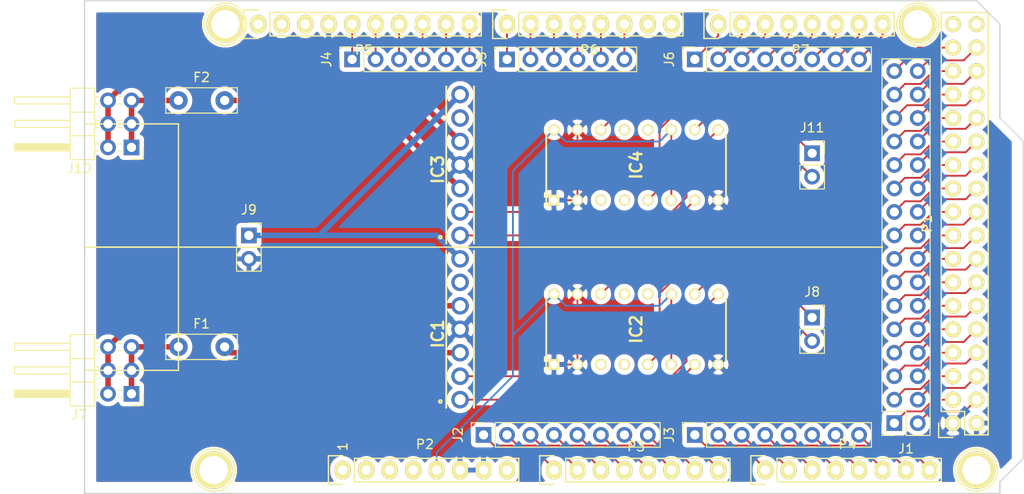
<source format=kicad_pcb>
(kicad_pcb (version 20171130) (host pcbnew "(5.1.2-1)-1")
  (title_block (date "mar. 31 mars 2015"))
  (layers (0 F.Cu signal) (31 B.Cu signal) (34 B.Paste user) (35 F.Paste user) (36 B.SilkS user) (37 F.SilkS user) (38 B.Mask user) (39 F.Mask user) (44 Edge.Cuts user))
  (net 0 "")
  (net 1 GND)
  (net 2 "/52(SCK)")
  (net 3 "/53(SS)")
  (net 4 "/50(MISO)")
  (net 5 "/51(MOSI)")
  (net 6 /48)
  (net 7 /49)
  (net 8 /46)
  (net 9 /47)
  (net 10 /44)
  (net 11 /45)
  (net 12 /42)
  (net 13 /43)
  (net 14 /40)
  (net 15 /41)
  (net 16 /38)
  (net 17 /39)
  (net 18 /36)
  (net 19 /37)
  (net 20 /34)
  (net 21 /35)
  (net 22 /32)
  (net 23 /33)
  (net 24 /30)
  (net 25 /31)
  (net 26 /28)
  (net 27 /29)
  (net 28 /26)
  (net 29 /27)
  (net 30 /24)
  (net 31 /25)
  (net 32 /22)
  (net 33 /23)
  (net 34 +5V)
  (net 35 /IOREF)
  (net 36 /Reset)
  (net 37 /Vin)
  (net 38 /A0)
  (net 39 /A1)
  (net 40 /A2)
  (net 41 /A3)
  (net 42 /A4)
  (net 43 /A5)
  (net 44 /A6)
  (net 45 /A7)
  (net 46 /A8)
  (net 47 /A9)
  (net 48 /A10)
  (net 49 /A11)
  (net 50 /A12)
  (net 51 /A13)
  (net 52 /A14)
  (net 53 /A15)
  (net 54 /SCL)
  (net 55 /SDA)
  (net 56 /AREF)
  (net 57 "/20(SDA)")
  (net 58 "/21(SCL)")
  (net 59 "Net-(P8-Pad1)")
  (net 60 "Net-(P10-Pad1)")
  (net 61 "Net-(P11-Pad1)")
  (net 62 "Net-(P13-Pad1)")
  (net 63 "Net-(P2-Pad1)")
  (net 64 +3V3)
  (net 65 "/1(Tx0)")
  (net 66 "/0(Rx0)")
  (net 67 "/14(Tx3)")
  (net 68 "/15(Rx3)")
  (net 69 "/16(Tx2)")
  (net 70 "/17(Rx2)")
  (net 71 "/18(Tx1)")
  (net 72 "/19(Rx1)")
  (net 73 "/13(PWM)")
  (net 74 "/12(PWM)")
  (net 75 "/11(PWM)")
  (net 76 "/10(PWM)")
  (net 77 "/9(PWM)")
  (net 78 "/8(PWM)")
  (net 79 "/2(PWM)")
  (net 80 "/3(PWM)")
  (net 81 "/4(PWM)")
  (net 82 "/5(PWM)")
  (net 83 "/6(PWM)")
  (net 84 "/7(PWM)")
  (net 85 "Net-(F1-Pad1)")
  (net 86 "Net-(F1-Pad2)")
  (net 87 "Net-(F2-Pad2)")
  (net 88 "Net-(F2-Pad1)")
  (net 89 "Net-(IC1-Pad6)")
  (net 90 "Net-(IC1-Pad5)")
  (net 91 "Net-(IC1-Pad2)")
  (net 92 "Net-(IC1-Pad1)")
  (net 93 "Net-(IC2-Pad3)")
  (net 94 "Net-(IC2-Pad4)")
  (net 95 "Net-(IC2-Pad10)")
  (net 96 "Net-(IC2-Pad12)")
  (net 97 "Net-(IC2-Pad13)")
  (net 98 "Net-(IC2-Pad14)")
  (net 99 "Net-(IC3-Pad1)")
  (net 100 "Net-(IC3-Pad2)")
  (net 101 "Net-(IC3-Pad5)")
  (net 102 "Net-(IC3-Pad6)")
  (net 103 "Net-(IC4-Pad14)")
  (net 104 "Net-(IC4-Pad13)")
  (net 105 "Net-(IC4-Pad12)")
  (net 106 "Net-(IC4-Pad10)")
  (net 107 "Net-(IC4-Pad4)")
  (net 108 "Net-(IC4-Pad3)")
  (net 109 +12V)
  (module Socket_Arduino_Mega:Socket_Strip_Arduino_2x18 (layer F.Cu) (at 197.358 114.046 90)
    (fp_text reference P1 (at 21.59 -2.794 90) (layer F.SilkS))
    (fp_text value Digital)
    (pad 1 thru_hole circle (at 0 0 90) (size 1.7272 1.7272) (drill 1.016) (layers *.Cu *.Mask F.SilkS) (net 1 GND))
    (pad 2 thru_hole oval (at 0 2.54 90) (size 1.7272 1.7272) (drill 1.016) (layers *.Cu *.Mask F.SilkS) (net 1 GND))
    (pad 3 thru_hole oval (at 2.54 0 90) (size 1.7272 1.7272) (drill 1.016) (layers *.Cu *.Mask F.SilkS) (net 2 "/52(SCK)"))
    (pad 4 thru_hole oval (at 2.54 2.54 90) (size 1.7272 1.7272) (drill 1.016) (layers *.Cu *.Mask F.SilkS) (net 3 "/53(SS)"))
    (pad 5 thru_hole oval (at 5.08 0 90) (size 1.7272 1.7272) (drill 1.016) (layers *.Cu *.Mask F.SilkS) (net 4 "/50(MISO)"))
    (pad 6 thru_hole oval (at 5.08 2.54 90) (size 1.7272 1.7272) (drill 1.016) (layers *.Cu *.Mask F.SilkS) (net 5 "/51(MOSI)"))
    (pad 7 thru_hole oval (at 7.62 0 90) (size 1.7272 1.7272) (drill 1.016) (layers *.Cu *.Mask F.SilkS) (net 6 /48))
    (pad 8 thru_hole oval (at 7.62 2.54 90) (size 1.7272 1.7272) (drill 1.016) (layers *.Cu *.Mask F.SilkS) (net 7 /49))
    (pad 9 thru_hole oval (at 10.16 0 90) (size 1.7272 1.7272) (drill 1.016) (layers *.Cu *.Mask F.SilkS) (net 8 /46))
    (pad 10 thru_hole oval (at 10.16 2.54 90) (size 1.7272 1.7272) (drill 1.016) (layers *.Cu *.Mask F.SilkS) (net 9 /47))
    (pad 11 thru_hole oval (at 12.7 0 90) (size 1.7272 1.7272) (drill 1.016) (layers *.Cu *.Mask F.SilkS) (net 10 /44))
    (pad 12 thru_hole oval (at 12.7 2.54 90) (size 1.7272 1.7272) (drill 1.016) (layers *.Cu *.Mask F.SilkS) (net 11 /45))
    (pad 13 thru_hole oval (at 15.24 0 90) (size 1.7272 1.7272) (drill 1.016) (layers *.Cu *.Mask F.SilkS) (net 12 /42))
    (pad 14 thru_hole oval (at 15.24 2.54 90) (size 1.7272 1.7272) (drill 1.016) (layers *.Cu *.Mask F.SilkS) (net 13 /43))
    (pad 15 thru_hole oval (at 17.78 0 90) (size 1.7272 1.7272) (drill 1.016) (layers *.Cu *.Mask F.SilkS) (net 14 /40))
    (pad 16 thru_hole oval (at 17.78 2.54 90) (size 1.7272 1.7272) (drill 1.016) (layers *.Cu *.Mask F.SilkS) (net 15 /41))
    (pad 17 thru_hole oval (at 20.32 0 90) (size 1.7272 1.7272) (drill 1.016) (layers *.Cu *.Mask F.SilkS) (net 16 /38))
    (pad 18 thru_hole oval (at 20.32 2.54 90) (size 1.7272 1.7272) (drill 1.016) (layers *.Cu *.Mask F.SilkS) (net 17 /39))
    (pad 19 thru_hole oval (at 22.86 0 90) (size 1.7272 1.7272) (drill 1.016) (layers *.Cu *.Mask F.SilkS) (net 18 /36))
    (pad 20 thru_hole oval (at 22.86 2.54 90) (size 1.7272 1.7272) (drill 1.016) (layers *.Cu *.Mask F.SilkS) (net 19 /37))
    (pad 21 thru_hole oval (at 25.4 0 90) (size 1.7272 1.7272) (drill 1.016) (layers *.Cu *.Mask F.SilkS) (net 20 /34))
    (pad 22 thru_hole oval (at 25.4 2.54 90) (size 1.7272 1.7272) (drill 1.016) (layers *.Cu *.Mask F.SilkS) (net 21 /35))
    (pad 23 thru_hole oval (at 27.94 0 90) (size 1.7272 1.7272) (drill 1.016) (layers *.Cu *.Mask F.SilkS) (net 22 /32))
    (pad 24 thru_hole oval (at 27.94 2.54 90) (size 1.7272 1.7272) (drill 1.016) (layers *.Cu *.Mask F.SilkS) (net 23 /33))
    (pad 25 thru_hole oval (at 30.48 0 90) (size 1.7272 1.7272) (drill 1.016) (layers *.Cu *.Mask F.SilkS) (net 24 /30))
    (pad 26 thru_hole oval (at 30.48 2.54 90) (size 1.7272 1.7272) (drill 1.016) (layers *.Cu *.Mask F.SilkS) (net 25 /31))
    (pad 27 thru_hole oval (at 33.02 0 90) (size 1.7272 1.7272) (drill 1.016) (layers *.Cu *.Mask F.SilkS) (net 26 /28))
    (pad 28 thru_hole oval (at 33.02 2.54 90) (size 1.7272 1.7272) (drill 1.016) (layers *.Cu *.Mask F.SilkS) (net 27 /29))
    (pad 29 thru_hole oval (at 35.56 0 90) (size 1.7272 1.7272) (drill 1.016) (layers *.Cu *.Mask F.SilkS) (net 28 /26))
    (pad 30 thru_hole oval (at 35.56 2.54 90) (size 1.7272 1.7272) (drill 1.016) (layers *.Cu *.Mask F.SilkS) (net 29 /27))
    (pad 31 thru_hole oval (at 38.1 0 90) (size 1.7272 1.7272) (drill 1.016) (layers *.Cu *.Mask F.SilkS) (net 30 /24))
    (pad 32 thru_hole oval (at 38.1 2.54 90) (size 1.7272 1.7272) (drill 1.016) (layers *.Cu *.Mask F.SilkS) (net 31 /25))
    (pad 33 thru_hole oval (at 40.64 0 90) (size 1.7272 1.7272) (drill 1.016) (layers *.Cu *.Mask F.SilkS) (net 32 /22))
    (pad 34 thru_hole oval (at 40.64 2.54 90) (size 1.7272 1.7272) (drill 1.016) (layers *.Cu *.Mask F.SilkS) (net 33 /23))
    (pad 35 thru_hole oval (at 43.18 0 90) (size 1.7272 1.7272) (drill 1.016) (layers *.Cu *.Mask F.SilkS) (net 34 +5V))
    (pad 36 thru_hole oval (at 43.18 2.54 90) (size 1.7272 1.7272) (drill 1.016) (layers *.Cu *.Mask F.SilkS) (net 34 +5V))
  )
  (module Socket_Arduino_Mega:Socket_Strip_Arduino_1x08 (layer F.Cu) (at 131.318 119.126)
    (fp_text reference P2 (at 8.89 -2.794) (layer F.SilkS))
    (fp_text value Power)
    (pad 1 thru_hole oval (at 0 0) (size 1.7272 2.032) (drill 1.016) (layers *.Cu *.Mask F.SilkS) (net 63 "Net-(P2-Pad1)"))
    (pad 2 thru_hole oval (at 2.54 0) (size 1.7272 2.032) (drill 1.016) (layers *.Cu *.Mask F.SilkS) (net 35 /IOREF))
    (pad 3 thru_hole oval (at 5.08 0) (size 1.7272 2.032) (drill 1.016) (layers *.Cu *.Mask F.SilkS) (net 36 /Reset))
    (pad 4 thru_hole oval (at 7.62 0) (size 1.7272 2.032) (drill 1.016) (layers *.Cu *.Mask F.SilkS) (net 64 +3V3))
    (pad 5 thru_hole oval (at 10.16 0) (size 1.7272 2.032) (drill 1.016) (layers *.Cu *.Mask F.SilkS) (net 34 +5V))
    (pad 6 thru_hole oval (at 12.7 0) (size 1.7272 2.032) (drill 1.016) (layers *.Cu *.Mask F.SilkS) (net 1 GND))
    (pad 7 thru_hole oval (at 15.24 0) (size 1.7272 2.032) (drill 1.016) (layers *.Cu *.Mask F.SilkS) (net 1 GND))
    (pad 8 thru_hole oval (at 17.78 0) (size 1.7272 2.032) (drill 1.016) (layers *.Cu *.Mask F.SilkS) (net 37 /Vin))
  )
  (module Socket_Arduino_Mega:Socket_Strip_Arduino_1x08 (layer F.Cu) (at 154.178 119.126)
    (fp_text reference P3 (at 8.89 -2.54) (layer F.SilkS))
    (fp_text value Analog)
    (pad 1 thru_hole oval (at 0 0) (size 1.7272 2.032) (drill 1.016) (layers *.Cu *.Mask F.SilkS) (net 38 /A0))
    (pad 2 thru_hole oval (at 2.54 0) (size 1.7272 2.032) (drill 1.016) (layers *.Cu *.Mask F.SilkS) (net 39 /A1))
    (pad 3 thru_hole oval (at 5.08 0) (size 1.7272 2.032) (drill 1.016) (layers *.Cu *.Mask F.SilkS) (net 40 /A2))
    (pad 4 thru_hole oval (at 7.62 0) (size 1.7272 2.032) (drill 1.016) (layers *.Cu *.Mask F.SilkS) (net 41 /A3))
    (pad 5 thru_hole oval (at 10.16 0) (size 1.7272 2.032) (drill 1.016) (layers *.Cu *.Mask F.SilkS) (net 42 /A4))
    (pad 6 thru_hole oval (at 12.7 0) (size 1.7272 2.032) (drill 1.016) (layers *.Cu *.Mask F.SilkS) (net 43 /A5))
    (pad 7 thru_hole oval (at 15.24 0) (size 1.7272 2.032) (drill 1.016) (layers *.Cu *.Mask F.SilkS) (net 44 /A6))
    (pad 8 thru_hole oval (at 17.78 0) (size 1.7272 2.032) (drill 1.016) (layers *.Cu *.Mask F.SilkS) (net 45 /A7))
  )
  (module Socket_Arduino_Mega:Socket_Strip_Arduino_1x08 (layer F.Cu) (at 177.038 119.126)
    (fp_text reference P4 (at 8.89 -2.794) (layer F.SilkS))
    (fp_text value Analog)
    (pad 1 thru_hole oval (at 0 0) (size 1.7272 2.032) (drill 1.016) (layers *.Cu *.Mask F.SilkS) (net 46 /A8))
    (pad 2 thru_hole oval (at 2.54 0) (size 1.7272 2.032) (drill 1.016) (layers *.Cu *.Mask F.SilkS) (net 47 /A9))
    (pad 3 thru_hole oval (at 5.08 0) (size 1.7272 2.032) (drill 1.016) (layers *.Cu *.Mask F.SilkS) (net 48 /A10))
    (pad 4 thru_hole oval (at 7.62 0) (size 1.7272 2.032) (drill 1.016) (layers *.Cu *.Mask F.SilkS) (net 49 /A11))
    (pad 5 thru_hole oval (at 10.16 0) (size 1.7272 2.032) (drill 1.016) (layers *.Cu *.Mask F.SilkS) (net 50 /A12))
    (pad 6 thru_hole oval (at 12.7 0) (size 1.7272 2.032) (drill 1.016) (layers *.Cu *.Mask F.SilkS) (net 51 /A13))
    (pad 7 thru_hole oval (at 15.24 0) (size 1.7272 2.032) (drill 1.016) (layers *.Cu *.Mask F.SilkS) (net 52 /A14))
    (pad 8 thru_hole oval (at 17.78 0) (size 1.7272 2.032) (drill 1.016) (layers *.Cu *.Mask F.SilkS) (net 53 /A15))
  )
  (module Socket_Arduino_Mega:Socket_Strip_Arduino_1x10 (layer F.Cu) (at 122.174 70.866)
    (fp_text reference P5 (at 11.43 2.794) (layer F.SilkS))
    (fp_text value PWM)
    (pad 1 thru_hole oval (at 0 0) (size 1.7272 2.032) (drill 1.016) (layers *.Cu *.Mask F.SilkS) (net 54 /SCL))
    (pad 2 thru_hole oval (at 2.54 0) (size 1.7272 2.032) (drill 1.016) (layers *.Cu *.Mask F.SilkS) (net 55 /SDA))
    (pad 3 thru_hole oval (at 5.08 0) (size 1.7272 2.032) (drill 1.016) (layers *.Cu *.Mask F.SilkS) (net 56 /AREF))
    (pad 4 thru_hole oval (at 7.62 0) (size 1.7272 2.032) (drill 1.016) (layers *.Cu *.Mask F.SilkS) (net 1 GND))
    (pad 5 thru_hole oval (at 10.16 0) (size 1.7272 2.032) (drill 1.016) (layers *.Cu *.Mask F.SilkS) (net 73 "/13(PWM)"))
    (pad 6 thru_hole oval (at 12.7 0) (size 1.7272 2.032) (drill 1.016) (layers *.Cu *.Mask F.SilkS) (net 74 "/12(PWM)"))
    (pad 7 thru_hole oval (at 15.24 0) (size 1.7272 2.032) (drill 1.016) (layers *.Cu *.Mask F.SilkS) (net 75 "/11(PWM)"))
    (pad 8 thru_hole oval (at 17.78 0) (size 1.7272 2.032) (drill 1.016) (layers *.Cu *.Mask F.SilkS) (net 76 "/10(PWM)"))
    (pad 9 thru_hole oval (at 20.32 0) (size 1.7272 2.032) (drill 1.016) (layers *.Cu *.Mask F.SilkS) (net 77 "/9(PWM)"))
    (pad 10 thru_hole oval (at 22.86 0) (size 1.7272 2.032) (drill 1.016) (layers *.Cu *.Mask F.SilkS) (net 78 "/8(PWM)"))
  )
  (module Socket_Arduino_Mega:Socket_Strip_Arduino_1x08 (layer F.Cu) (at 149.098 70.866)
    (fp_text reference P6 (at 8.89 2.794) (layer F.SilkS))
    (fp_text value PWM)
    (pad 1 thru_hole oval (at 0 0) (size 1.7272 2.032) (drill 1.016) (layers *.Cu *.Mask F.SilkS) (net 84 "/7(PWM)"))
    (pad 2 thru_hole oval (at 2.54 0) (size 1.7272 2.032) (drill 1.016) (layers *.Cu *.Mask F.SilkS) (net 83 "/6(PWM)"))
    (pad 3 thru_hole oval (at 5.08 0) (size 1.7272 2.032) (drill 1.016) (layers *.Cu *.Mask F.SilkS) (net 82 "/5(PWM)"))
    (pad 4 thru_hole oval (at 7.62 0) (size 1.7272 2.032) (drill 1.016) (layers *.Cu *.Mask F.SilkS) (net 81 "/4(PWM)"))
    (pad 5 thru_hole oval (at 10.16 0) (size 1.7272 2.032) (drill 1.016) (layers *.Cu *.Mask F.SilkS) (net 80 "/3(PWM)"))
    (pad 6 thru_hole oval (at 12.7 0) (size 1.7272 2.032) (drill 1.016) (layers *.Cu *.Mask F.SilkS) (net 79 "/2(PWM)"))
    (pad 7 thru_hole oval (at 15.24 0) (size 1.7272 2.032) (drill 1.016) (layers *.Cu *.Mask F.SilkS) (net 65 "/1(Tx0)"))
    (pad 8 thru_hole oval (at 17.78 0) (size 1.7272 2.032) (drill 1.016) (layers *.Cu *.Mask F.SilkS) (net 66 "/0(Rx0)"))
  )
  (module Socket_Arduino_Mega:Socket_Strip_Arduino_1x08 (layer F.Cu) (at 171.958 70.866)
    (fp_text reference P7 (at 8.89 2.794) (layer F.SilkS))
    (fp_text value Communication)
    (pad 1 thru_hole oval (at 0 0) (size 1.7272 2.032) (drill 1.016) (layers *.Cu *.Mask F.SilkS) (net 67 "/14(Tx3)"))
    (pad 2 thru_hole oval (at 2.54 0) (size 1.7272 2.032) (drill 1.016) (layers *.Cu *.Mask F.SilkS) (net 68 "/15(Rx3)"))
    (pad 3 thru_hole oval (at 5.08 0) (size 1.7272 2.032) (drill 1.016) (layers *.Cu *.Mask F.SilkS) (net 69 "/16(Tx2)"))
    (pad 4 thru_hole oval (at 7.62 0) (size 1.7272 2.032) (drill 1.016) (layers *.Cu *.Mask F.SilkS) (net 70 "/17(Rx2)"))
    (pad 5 thru_hole oval (at 10.16 0) (size 1.7272 2.032) (drill 1.016) (layers *.Cu *.Mask F.SilkS) (net 71 "/18(Tx1)"))
    (pad 6 thru_hole oval (at 12.7 0) (size 1.7272 2.032) (drill 1.016) (layers *.Cu *.Mask F.SilkS) (net 72 "/19(Rx1)"))
    (pad 7 thru_hole oval (at 15.24 0) (size 1.7272 2.032) (drill 1.016) (layers *.Cu *.Mask F.SilkS) (net 57 "/20(SDA)"))
    (pad 8 thru_hole oval (at 17.78 0) (size 1.7272 2.032) (drill 1.016) (layers *.Cu *.Mask F.SilkS) (net 58 "/21(SCL)"))
  )
  (module Socket_Arduino_Mega:Arduino_1pin (layer F.Cu) (at 117.348 119.126)
    (fp_text reference P8 hide)
    (fp_text value CONN_01X01 hide)
    (pad 1 thru_hole circle (at 0 0) (size 4.064 4.064) (drill 3.048) (layers *.Cu *.Mask F.SilkS) (net 59 "Net-(P8-Pad1)"))
  )
  (module Socket_Arduino_Mega:Arduino_1pin (layer F.Cu) (at 199.898 119.126)
    (fp_text reference P10 hide)
    (fp_text value CONN_01X01 hide)
    (pad 1 thru_hole circle (at 0 0) (size 4.064 4.064) (drill 3.048) (layers *.Cu *.Mask F.SilkS) (net 60 "Net-(P10-Pad1)"))
  )
  (module Socket_Arduino_Mega:Arduino_1pin (layer F.Cu) (at 118.618 70.866)
    (fp_text reference P11 hide)
    (fp_text value CONN_01X01 hide)
    (pad 1 thru_hole circle (at 0 0) (size 4.064 4.064) (drill 3.048) (layers *.Cu *.Mask F.SilkS) (net 61 "Net-(P11-Pad1)"))
  )
  (module Socket_Arduino_Mega:Arduino_1pin (layer F.Cu) (at 193.548 70.866)
    (fp_text reference P13 hide)
    (fp_text value CONN_01X01 hide)
    (pad 1 thru_hole circle (at 0 0) (size 4.064 4.064) (drill 3.048) (layers *.Cu *.Mask F.SilkS) (net 62 "Net-(P13-Pad1)"))
  )
  (module Connector_PinSocket_2.54mm:PinSocket_2x16_P2.54mm_Vertical (layer F.Cu) (at 191.008 114.046 180)
    (fp_text reference J1 (at -1.27 -2.77) (layer F.SilkS))
    (fp_text value Conn_02x16_Odd_Even)
    (pad 1 thru_hole rect (at 0 0 180) (size 1.7 1.7) (drill 1) (layers *.Cu *.Mask) (net 2 "/52(SCK)"))
    (pad 2 thru_hole oval (at -2.54 0 180) (size 1.7 1.7) (drill 1) (layers *.Cu *.Mask) (net 3 "/53(SS)"))
    (pad 3 thru_hole oval (at 0 2.54 180) (size 1.7 1.7) (drill 1) (layers *.Cu *.Mask) (net 4 "/50(MISO)"))
    (pad 4 thru_hole oval (at -2.54 2.54 180) (size 1.7 1.7) (drill 1) (layers *.Cu *.Mask) (net 5 "/51(MOSI)"))
    (pad 5 thru_hole oval (at 0 5.08 180) (size 1.7 1.7) (drill 1) (layers *.Cu *.Mask) (net 6 /48))
    (pad 6 thru_hole oval (at -2.54 5.08 180) (size 1.7 1.7) (drill 1) (layers *.Cu *.Mask) (net 7 /49))
    (pad 7 thru_hole oval (at 0 7.62 180) (size 1.7 1.7) (drill 1) (layers *.Cu *.Mask) (net 8 /46))
    (pad 8 thru_hole oval (at -2.54 7.62 180) (size 1.7 1.7) (drill 1) (layers *.Cu *.Mask) (net 9 /47))
    (pad 9 thru_hole oval (at 0 10.16 180) (size 1.7 1.7) (drill 1) (layers *.Cu *.Mask) (net 10 /44))
    (pad 10 thru_hole oval (at -2.54 10.16 180) (size 1.7 1.7) (drill 1) (layers *.Cu *.Mask) (net 11 /45))
    (pad 11 thru_hole oval (at 0 12.7 180) (size 1.7 1.7) (drill 1) (layers *.Cu *.Mask) (net 12 /42))
    (pad 12 thru_hole oval (at -2.54 12.7 180) (size 1.7 1.7) (drill 1) (layers *.Cu *.Mask) (net 13 /43))
    (pad 13 thru_hole oval (at 0 15.24 180) (size 1.7 1.7) (drill 1) (layers *.Cu *.Mask) (net 14 /40))
    (pad 14 thru_hole oval (at -2.54 15.24 180) (size 1.7 1.7) (drill 1) (layers *.Cu *.Mask) (net 15 /41))
    (pad 15 thru_hole oval (at 0 17.78 180) (size 1.7 1.7) (drill 1) (layers *.Cu *.Mask) (net 16 /38))
    (pad 16 thru_hole oval (at -2.54 17.78 180) (size 1.7 1.7) (drill 1) (layers *.Cu *.Mask) (net 17 /39))
    (pad 17 thru_hole oval (at 0 20.32 180) (size 1.7 1.7) (drill 1) (layers *.Cu *.Mask) (net 18 /36))
    (pad 18 thru_hole oval (at -2.54 20.32 180) (size 1.7 1.7) (drill 1) (layers *.Cu *.Mask) (net 19 /37))
    (pad 19 thru_hole oval (at 0 22.86 180) (size 1.7 1.7) (drill 1) (layers *.Cu *.Mask) (net 20 /34))
    (pad 20 thru_hole oval (at -2.54 22.86 180) (size 1.7 1.7) (drill 1) (layers *.Cu *.Mask) (net 21 /35))
    (pad 21 thru_hole oval (at 0 25.4 180) (size 1.7 1.7) (drill 1) (layers *.Cu *.Mask) (net 22 /32))
    (pad 22 thru_hole oval (at -2.54 25.4 180) (size 1.7 1.7) (drill 1) (layers *.Cu *.Mask) (net 23 /33))
    (pad 23 thru_hole oval (at 0 27.94 180) (size 1.7 1.7) (drill 1) (layers *.Cu *.Mask) (net 24 /30))
    (pad 24 thru_hole oval (at -2.54 27.94 180) (size 1.7 1.7) (drill 1) (layers *.Cu *.Mask) (net 25 /31))
    (pad 25 thru_hole oval (at 0 30.48 180) (size 1.7 1.7) (drill 1) (layers *.Cu *.Mask) (net 26 /28))
    (pad 26 thru_hole oval (at -2.54 30.48 180) (size 1.7 1.7) (drill 1) (layers *.Cu *.Mask) (net 27 /29))
    (pad 27 thru_hole oval (at 0 33.02 180) (size 1.7 1.7) (drill 1) (layers *.Cu *.Mask) (net 28 /26))
    (pad 28 thru_hole oval (at -2.54 33.02 180) (size 1.7 1.7) (drill 1) (layers *.Cu *.Mask) (net 29 /27))
    (pad 29 thru_hole oval (at 0 35.56 180) (size 1.7 1.7) (drill 1) (layers *.Cu *.Mask) (net 30 /24))
    (pad 30 thru_hole oval (at -2.54 35.56 180) (size 1.7 1.7) (drill 1) (layers *.Cu *.Mask) (net 31 /25))
    (pad 31 thru_hole oval (at 0 38.1 180) (size 1.7 1.7) (drill 1) (layers *.Cu *.Mask) (net 32 /22))
    (pad 32 thru_hole oval (at -2.54 38.1 180) (size 1.7 1.7) (drill 1) (layers *.Cu *.Mask) (net 33 /23))
  )
  (module Connector_PinSocket_2.54mm:PinSocket_1x08_P2.54mm_Vertical (layer F.Cu) (at 146.558 115.316 90)
    (fp_text reference J2 (at 0 -2.77 90) (layer F.SilkS))
    (fp_text value Conn_01x08)
    (pad 1 thru_hole rect (at 0 0 90) (size 1.7 1.7) (drill 1) (layers *.Cu *.Mask) (net 38 /A0))
    (pad 2 thru_hole oval (at 0 2.54 90) (size 1.7 1.7) (drill 1) (layers *.Cu *.Mask) (net 39 /A1))
    (pad 3 thru_hole oval (at 0 5.08 90) (size 1.7 1.7) (drill 1) (layers *.Cu *.Mask) (net 40 /A2))
    (pad 4 thru_hole oval (at 0 7.62 90) (size 1.7 1.7) (drill 1) (layers *.Cu *.Mask) (net 41 /A3))
    (pad 5 thru_hole oval (at 0 10.16 90) (size 1.7 1.7) (drill 1) (layers *.Cu *.Mask) (net 42 /A4))
    (pad 6 thru_hole oval (at 0 12.7 90) (size 1.7 1.7) (drill 1) (layers *.Cu *.Mask) (net 43 /A5))
    (pad 7 thru_hole oval (at 0 15.24 90) (size 1.7 1.7) (drill 1) (layers *.Cu *.Mask) (net 44 /A6))
    (pad 8 thru_hole oval (at 0 17.78 90) (size 1.7 1.7) (drill 1) (layers *.Cu *.Mask) (net 45 /A7))
  )
  (module Connector_PinSocket_2.54mm:PinSocket_1x08_P2.54mm_Vertical (layer F.Cu) (at 169.418 115.316 90)
    (fp_text reference J3 (at 0 -2.77 90) (layer F.SilkS))
    (fp_text value Conn_01x08)
    (pad 8 thru_hole oval (at 0 17.78 90) (size 1.7 1.7) (drill 1) (layers *.Cu *.Mask) (net 53 /A15))
    (pad 7 thru_hole oval (at 0 15.24 90) (size 1.7 1.7) (drill 1) (layers *.Cu *.Mask) (net 52 /A14))
    (pad 6 thru_hole oval (at 0 12.7 90) (size 1.7 1.7) (drill 1) (layers *.Cu *.Mask) (net 51 /A13))
    (pad 5 thru_hole oval (at 0 10.16 90) (size 1.7 1.7) (drill 1) (layers *.Cu *.Mask) (net 50 /A12))
    (pad 4 thru_hole oval (at 0 7.62 90) (size 1.7 1.7) (drill 1) (layers *.Cu *.Mask) (net 49 /A11))
    (pad 3 thru_hole oval (at 0 5.08 90) (size 1.7 1.7) (drill 1) (layers *.Cu *.Mask) (net 48 /A10))
    (pad 2 thru_hole oval (at 0 2.54 90) (size 1.7 1.7) (drill 1) (layers *.Cu *.Mask) (net 47 /A9))
    (pad 1 thru_hole rect (at 0 0 90) (size 1.7 1.7) (drill 1) (layers *.Cu *.Mask) (net 46 /A8))
  )
  (module Connector_PinSocket_2.54mm:PinSocket_1x08_P2.54mm_Vertical (layer F.Cu) (at 169.418 74.676 90)
    (fp_text reference J6 (at 0 -2.77 90) (layer F.SilkS))
    (fp_text value Conn_01x08)
    (pad 1 thru_hole rect (at 0 0 90) (size 1.7 1.7) (drill 1) (layers *.Cu *.Mask) (net 67 "/14(Tx3)"))
    (pad 2 thru_hole oval (at 0 2.54 90) (size 1.7 1.7) (drill 1) (layers *.Cu *.Mask) (net 68 "/15(Rx3)"))
    (pad 3 thru_hole oval (at 0 5.08 90) (size 1.7 1.7) (drill 1) (layers *.Cu *.Mask) (net 69 "/16(Tx2)"))
    (pad 4 thru_hole oval (at 0 7.62 90) (size 1.7 1.7) (drill 1) (layers *.Cu *.Mask) (net 70 "/17(Rx2)"))
    (pad 5 thru_hole oval (at 0 10.16 90) (size 1.7 1.7) (drill 1) (layers *.Cu *.Mask) (net 71 "/18(Tx1)"))
    (pad 6 thru_hole oval (at 0 12.7 90) (size 1.7 1.7) (drill 1) (layers *.Cu *.Mask) (net 72 "/19(Rx1)"))
    (pad 7 thru_hole oval (at 0 15.24 90) (size 1.7 1.7) (drill 1) (layers *.Cu *.Mask) (net 57 "/20(SDA)"))
    (pad 8 thru_hole oval (at 0 17.78 90) (size 1.7 1.7) (drill 1) (layers *.Cu *.Mask) (net 58 "/21(SCL)"))
  )
  (module Connector_PinSocket_2.54mm:PinSocket_1x06_P2.54mm_Vertical (layer F.Cu) (at 132.334 74.676 90)
    (fp_text reference J4 (at 0 -2.77 90) (layer F.SilkS))
    (fp_text value Conn_01x06)
    (pad 1 thru_hole rect (at 0 0 90) (size 1.7 1.7) (drill 1) (layers *.Cu *.Mask) (net 73 "/13(PWM)"))
    (pad 2 thru_hole oval (at 0 2.54 90) (size 1.7 1.7) (drill 1) (layers *.Cu *.Mask) (net 74 "/12(PWM)"))
    (pad 3 thru_hole oval (at 0 5.08 90) (size 1.7 1.7) (drill 1) (layers *.Cu *.Mask) (net 75 "/11(PWM)"))
    (pad 4 thru_hole oval (at 0 7.62 90) (size 1.7 1.7) (drill 1) (layers *.Cu *.Mask) (net 76 "/10(PWM)"))
    (pad 5 thru_hole oval (at 0 10.16 90) (size 1.7 1.7) (drill 1) (layers *.Cu *.Mask) (net 77 "/9(PWM)"))
    (pad 6 thru_hole oval (at 0 12.7 90) (size 1.7 1.7) (drill 1) (layers *.Cu *.Mask) (net 78 "/8(PWM)"))
  )
  (module Connector_PinSocket_2.54mm:PinSocket_1x06_P2.54mm_Vertical (layer F.Cu) (at 149.098 74.676 90)
    (fp_text reference J5 (at 0 -2.77 90) (layer F.SilkS))
    (fp_text value Conn_01x06)
    (pad 6 thru_hole oval (at 0 12.7 90) (size 1.7 1.7) (drill 1) (layers *.Cu *.Mask) (net 79 "/2(PWM)"))
    (pad 5 thru_hole oval (at 0 10.16 90) (size 1.7 1.7) (drill 1) (layers *.Cu *.Mask) (net 80 "/3(PWM)"))
    (pad 4 thru_hole oval (at 0 7.62 90) (size 1.7 1.7) (drill 1) (layers *.Cu *.Mask) (net 81 "/4(PWM)"))
    (pad 3 thru_hole oval (at 0 5.08 90) (size 1.7 1.7) (drill 1) (layers *.Cu *.Mask) (net 82 "/5(PWM)"))
    (pad 2 thru_hole oval (at 0 2.54 90) (size 1.7 1.7) (drill 1) (layers *.Cu *.Mask) (net 83 "/6(PWM)"))
    (pad 1 thru_hole rect (at 0 0 90) (size 1.7 1.7) (drill 1) (layers *.Cu *.Mask) (net 84 "/7(PWM)"))
  )
  (module Capacitor_THT:C_Disc_D7.5mm_W2.5mm_P5.00mm (layer F.Cu) (at 113.538 105.791)
    (fp_text reference F1 (at 2.5 -2.5) (layer F.SilkS))
    (fp_text value Fuse)
    (pad 1 thru_hole circle (at 0 0) (size 2 2) (drill 1) (layers *.Cu *.Mask) (net 85 "Net-(F1-Pad1)"))
    (pad 2 thru_hole circle (at 5 0) (size 2 2) (drill 1) (layers *.Cu *.Mask) (net 86 "Net-(F1-Pad2)"))
  )
  (module base-shield:HSIP7-P-2.54A (layer F.Cu) (at 144.018 103.886 90)
    (fp_text reference IC1 (at -0.489 -2.416 90) (layer F.SilkS) (effects (font (size 1.27 1.27) (thickness 0.254))))
    (fp_text value TB6643KQ,8 hide)
    (pad 7 thru_hole circle (at 7.62 0 90) (size 1.9 1.9) (drill 1.19) (layers *.Cu *.Mask) (net 109 +12V))
    (pad 6 thru_hole circle (at 5.08 0 90) (size 1.9 1.9) (drill 1.19) (layers *.Cu *.Mask) (net 89 "Net-(IC1-Pad6)"))
    (pad 5 thru_hole circle (at 2.54 0 90) (size 1.9 1.9) (drill 1.19) (layers *.Cu *.Mask) (net 90 "Net-(IC1-Pad5)"))
    (pad 4 thru_hole circle (at 0 0 90) (size 1.9 1.9) (drill 1.19) (layers *.Cu *.Mask) (net 1 GND))
    (pad 3 thru_hole circle (at -2.54 0 90) (size 1.9 1.9) (drill 1.19) (layers *.Cu *.Mask) (net 86 "Net-(F1-Pad2)"))
    (pad 2 thru_hole circle (at -5.08 0 90) (size 1.9 1.9) (drill 1.19) (layers *.Cu *.Mask) (net 91 "Net-(IC1-Pad2)"))
    (pad 1 thru_hole circle (at -7.62 0 90) (size 1.9 1.9) (drill 1.19) (layers *.Cu *.Mask) (net 92 "Net-(IC1-Pad1)"))
  )
  (module base-shield:DIP762W60P254L1925H445Q16N (layer F.Cu) (at 163.068 103.886 90)
    (fp_text reference IC2 (at 0 0 90) (layer F.SilkS) (effects (font (size 1.27 1.27) (thickness 0.254))))
    (fp_text value "TC74HC153AP(F)" hide)
    (pad 1 thru_hole rect (at -3.81 -8.89 180) (size 1.2 1.2) (drill 0.8) (layers *.Cu *.Mask F.SilkS) (net 1 GND))
    (pad 2 thru_hole circle (at -3.81 -6.35 180) (size 1.2 1.2) (drill 0.8) (layers *.Cu *.Mask F.SilkS) (net 1 GND))
    (pad 3 thru_hole circle (at -3.81 -3.81 180) (size 1.2 1.2) (drill 0.8) (layers *.Cu *.Mask F.SilkS) (net 93 "Net-(IC2-Pad3)"))
    (pad 4 thru_hole circle (at -3.81 -1.27 180) (size 1.2 1.2) (drill 0.8) (layers *.Cu *.Mask F.SilkS) (net 94 "Net-(IC2-Pad4)"))
    (pad 5 thru_hole circle (at -3.81 1.27 180) (size 1.2 1.2) (drill 0.8) (layers *.Cu *.Mask F.SilkS) (net 95 "Net-(IC2-Pad10)"))
    (pad 6 thru_hole circle (at -3.81 3.81 180) (size 1.2 1.2) (drill 0.8) (layers *.Cu *.Mask F.SilkS) (net 34 +5V))
    (pad 7 thru_hole circle (at -3.81 6.35 180) (size 1.2 1.2) (drill 0.8) (layers *.Cu *.Mask F.SilkS) (net 92 "Net-(IC1-Pad1)"))
    (pad 8 thru_hole circle (at -3.81 8.89 180) (size 1.2 1.2) (drill 0.8) (layers *.Cu *.Mask F.SilkS) (net 1 GND))
    (pad 9 thru_hole circle (at 3.81 8.89 180) (size 1.2 1.2) (drill 0.8) (layers *.Cu *.Mask F.SilkS) (net 91 "Net-(IC1-Pad2)"))
    (pad 10 thru_hole circle (at 3.81 6.35 180) (size 1.2 1.2) (drill 0.8) (layers *.Cu *.Mask F.SilkS) (net 95 "Net-(IC2-Pad10)"))
    (pad 11 thru_hole circle (at 3.81 3.81 180) (size 1.2 1.2) (drill 0.8) (layers *.Cu *.Mask F.SilkS) (net 34 +5V))
    (pad 12 thru_hole circle (at 3.81 1.27 180) (size 1.2 1.2) (drill 0.8) (layers *.Cu *.Mask F.SilkS) (net 96 "Net-(IC2-Pad12)"))
    (pad 13 thru_hole circle (at 3.81 -1.27 180) (size 1.2 1.2) (drill 0.8) (layers *.Cu *.Mask F.SilkS) (net 97 "Net-(IC2-Pad13)"))
    (pad 14 thru_hole circle (at 3.81 -3.81 180) (size 1.2 1.2) (drill 0.8) (layers *.Cu *.Mask F.SilkS) (net 98 "Net-(IC2-Pad14)"))
    (pad 15 thru_hole circle (at 3.81 -6.35 180) (size 1.2 1.2) (drill 0.8) (layers *.Cu *.Mask F.SilkS) (net 1 GND))
    (pad 16 thru_hole circle (at 3.81 -8.89 180) (size 1.2 1.2) (drill 0.8) (layers *.Cu *.Mask F.SilkS) (net 34 +5V))
  )
  (module Connector_PinHeader_2.54mm:PinHeader_2x03_P2.54mm_Horizontal (layer F.Cu) (at 108.458 110.871 180)
    (fp_text reference J7 (at 5.655 -2.27) (layer F.SilkS))
    (fp_text value Conn_02x03_Odd_Even)
    (pad 1 thru_hole rect (at 0 0 180) (size 1.7 1.7) (drill 1) (layers *.Cu *.Mask) (net 85 "Net-(F1-Pad1)"))
    (pad 2 thru_hole oval (at 2.54 0 180) (size 1.7 1.7) (drill 1) (layers *.Cu *.Mask) (net 90 "Net-(IC1-Pad5)"))
    (pad 3 thru_hole oval (at 0 2.54 180) (size 1.7 1.7) (drill 1) (layers *.Cu *.Mask) (net 85 "Net-(F1-Pad1)"))
    (pad 4 thru_hole oval (at 2.54 2.54 180) (size 1.7 1.7) (drill 1) (layers *.Cu *.Mask) (net 90 "Net-(IC1-Pad5)"))
    (pad 5 thru_hole oval (at 0 5.08 180) (size 1.7 1.7) (drill 1) (layers *.Cu *.Mask) (net 85 "Net-(F1-Pad1)"))
    (pad 6 thru_hole oval (at 2.54 5.08 180) (size 1.7 1.7) (drill 1) (layers *.Cu *.Mask) (net 90 "Net-(IC1-Pad5)"))
  )
  (module Connector_PinSocket_2.54mm:PinSocket_1x02_P2.54mm_Vertical (layer F.Cu) (at 182.118 102.616)
    (fp_text reference J8 (at 0 -2.77) (layer F.SilkS))
    (fp_text value Conn_01x02)
    (pad 1 thru_hole rect (at 0 0) (size 1.7 1.7) (drill 1) (layers *.Cu *.Mask) (net 98 "Net-(IC2-Pad14)"))
    (pad 2 thru_hole oval (at 0 2.54) (size 1.7 1.7) (drill 1) (layers *.Cu *.Mask) (net 95 "Net-(IC2-Pad10)"))
  )
  (module Connector_PinSocket_2.54mm:PinSocket_1x02_P2.54mm_Vertical (layer F.Cu) (at 121.158 93.726)
    (fp_text reference J9 (at 0 -2.77) (layer F.SilkS))
    (fp_text value Conn_01x02)
    (pad 1 thru_hole rect (at 0 0) (size 1.7 1.7) (drill 1) (layers *.Cu *.Mask) (net 109 +12V))
    (pad 2 thru_hole oval (at 0 2.54) (size 1.7 1.7) (drill 1) (layers *.Cu *.Mask) (net 1 GND))
  )
  (module Capacitor_THT:C_Disc_D7.5mm_W2.5mm_P5.00mm (layer F.Cu) (at 113.538 79.121)
    (fp_text reference F2 (at 2.5 -2.5) (layer F.SilkS))
    (fp_text value Fuse)
    (pad 1 thru_hole circle (at 0 0) (size 2 2) (drill 1) (layers *.Cu *.Mask) (net 88 "Net-(F2-Pad1)"))
    (pad 2 thru_hole circle (at 5 0) (size 2 2) (drill 1) (layers *.Cu *.Mask) (net 87 "Net-(F2-Pad2)"))
  )
  (module base-shield:HSIP7-P-2.54A (layer F.Cu) (at 144.018 86.106 90)
    (fp_text reference IC3 (at -0.489 -2.416 90) (layer F.SilkS) (effects (font (size 1.27 1.27) (thickness 0.254))))
    (fp_text value TB6643KQ,8 hide)
    (pad 7 thru_hole circle (at 7.62 0 90) (size 1.9 1.9) (drill 1.19) (layers *.Cu *.Mask) (net 109 +12V))
    (pad 6 thru_hole circle (at 5.08 0 90) (size 1.9 1.9) (drill 1.19) (layers *.Cu *.Mask) (net 102 "Net-(IC3-Pad6)"))
    (pad 5 thru_hole circle (at 2.54 0 90) (size 1.9 1.9) (drill 1.19) (layers *.Cu *.Mask) (net 101 "Net-(IC3-Pad5)"))
    (pad 4 thru_hole circle (at 0 0 90) (size 1.9 1.9) (drill 1.19) (layers *.Cu *.Mask) (net 1 GND))
    (pad 3 thru_hole circle (at -2.54 0 90) (size 1.9 1.9) (drill 1.19) (layers *.Cu *.Mask) (net 87 "Net-(F2-Pad2)"))
    (pad 2 thru_hole circle (at -5.08 0 90) (size 1.9 1.9) (drill 1.19) (layers *.Cu *.Mask) (net 100 "Net-(IC3-Pad2)"))
    (pad 1 thru_hole circle (at -7.62 0 90) (size 1.9 1.9) (drill 1.19) (layers *.Cu *.Mask) (net 99 "Net-(IC3-Pad1)"))
  )
  (module base-shield:DIP762W60P254L1925H445Q16N (layer F.Cu) (at 163.068 86.106 90)
    (fp_text reference IC4 (at 0 0 90) (layer F.SilkS) (effects (font (size 1.27 1.27) (thickness 0.254))))
    (fp_text value "TC74HC153AP(F)" hide)
    (pad 1 thru_hole rect (at -3.81 -8.89 180) (size 1.2 1.2) (drill 0.8) (layers *.Cu *.Mask F.SilkS) (net 1 GND))
    (pad 2 thru_hole circle (at -3.81 -6.35 180) (size 1.2 1.2) (drill 0.8) (layers *.Cu *.Mask F.SilkS) (net 1 GND))
    (pad 3 thru_hole circle (at -3.81 -3.81 180) (size 1.2 1.2) (drill 0.8) (layers *.Cu *.Mask F.SilkS) (net 108 "Net-(IC4-Pad3)"))
    (pad 4 thru_hole circle (at -3.81 -1.27 180) (size 1.2 1.2) (drill 0.8) (layers *.Cu *.Mask F.SilkS) (net 107 "Net-(IC4-Pad4)"))
    (pad 5 thru_hole circle (at -3.81 1.27 180) (size 1.2 1.2) (drill 0.8) (layers *.Cu *.Mask F.SilkS) (net 106 "Net-(IC4-Pad10)"))
    (pad 6 thru_hole circle (at -3.81 3.81 180) (size 1.2 1.2) (drill 0.8) (layers *.Cu *.Mask F.SilkS) (net 34 +5V))
    (pad 7 thru_hole circle (at -3.81 6.35 180) (size 1.2 1.2) (drill 0.8) (layers *.Cu *.Mask F.SilkS) (net 99 "Net-(IC3-Pad1)"))
    (pad 8 thru_hole circle (at -3.81 8.89 180) (size 1.2 1.2) (drill 0.8) (layers *.Cu *.Mask F.SilkS) (net 1 GND))
    (pad 9 thru_hole circle (at 3.81 8.89 180) (size 1.2 1.2) (drill 0.8) (layers *.Cu *.Mask F.SilkS) (net 100 "Net-(IC3-Pad2)"))
    (pad 10 thru_hole circle (at 3.81 6.35 180) (size 1.2 1.2) (drill 0.8) (layers *.Cu *.Mask F.SilkS) (net 106 "Net-(IC4-Pad10)"))
    (pad 11 thru_hole circle (at 3.81 3.81 180) (size 1.2 1.2) (drill 0.8) (layers *.Cu *.Mask F.SilkS) (net 34 +5V))
    (pad 12 thru_hole circle (at 3.81 1.27 180) (size 1.2 1.2) (drill 0.8) (layers *.Cu *.Mask F.SilkS) (net 105 "Net-(IC4-Pad12)"))
    (pad 13 thru_hole circle (at 3.81 -1.27 180) (size 1.2 1.2) (drill 0.8) (layers *.Cu *.Mask F.SilkS) (net 104 "Net-(IC4-Pad13)"))
    (pad 14 thru_hole circle (at 3.81 -3.81 180) (size 1.2 1.2) (drill 0.8) (layers *.Cu *.Mask F.SilkS) (net 103 "Net-(IC4-Pad14)"))
    (pad 15 thru_hole circle (at 3.81 -6.35 180) (size 1.2 1.2) (drill 0.8) (layers *.Cu *.Mask F.SilkS) (net 1 GND))
    (pad 16 thru_hole circle (at 3.81 -8.89 180) (size 1.2 1.2) (drill 0.8) (layers *.Cu *.Mask F.SilkS) (net 34 +5V))
  )
  (module Connector_PinHeader_2.54mm:PinHeader_2x03_P2.54mm_Horizontal (layer F.Cu) (at 108.458 84.201 180)
    (fp_text reference J10 (at 5.655 -2.27) (layer F.SilkS))
    (fp_text value Conn_02x03_Odd_Even)
    (pad 1 thru_hole rect (at 0 0 180) (size 1.7 1.7) (drill 1) (layers *.Cu *.Mask) (net 88 "Net-(F2-Pad1)"))
    (pad 2 thru_hole oval (at 2.54 0 180) (size 1.7 1.7) (drill 1) (layers *.Cu *.Mask) (net 101 "Net-(IC3-Pad5)"))
    (pad 3 thru_hole oval (at 0 2.54 180) (size 1.7 1.7) (drill 1) (layers *.Cu *.Mask) (net 88 "Net-(F2-Pad1)"))
    (pad 4 thru_hole oval (at 2.54 2.54 180) (size 1.7 1.7) (drill 1) (layers *.Cu *.Mask) (net 101 "Net-(IC3-Pad5)"))
    (pad 5 thru_hole oval (at 0 5.08 180) (size 1.7 1.7) (drill 1) (layers *.Cu *.Mask) (net 88 "Net-(F2-Pad1)"))
    (pad 6 thru_hole oval (at 2.54 5.08 180) (size 1.7 1.7) (drill 1) (layers *.Cu *.Mask) (net 101 "Net-(IC3-Pad5)"))
  )
  (module Connector_PinSocket_2.54mm:PinSocket_1x02_P2.54mm_Vertical (layer F.Cu) (at 182.118 84.836)
    (fp_text reference J11 (at 0 -2.77) (layer F.SilkS))
    (fp_text value Conn_01x02)
    (pad 1 thru_hole rect (at 0 0) (size 1.7 1.7) (drill 1) (layers *.Cu *.Mask) (net 103 "Net-(IC4-Pad14)"))
    (pad 2 thru_hole oval (at 0 2.54) (size 1.7 1.7) (drill 1) (layers *.Cu *.Mask) (net 106 "Net-(IC4-Pad10)"))
  )
  (gr_line (start 103.378 108.331) (end 113.538 108.331) (layer F.SilkS) (width 0.15))
  (gr_line (start 103.378 81.661) (end 113.538 81.661) (layer F.SilkS) (width 0.15))
  (gr_line (start 113.538 81.661) (end 113.538 108.331) (layer F.SilkS) (width 0.15))
  (gr_line (start 103.378 94.996) (end 189.738 94.996) (layer F.SilkS) (width 0.15))
  (gr_line (start 105.918 94.996) (end 112.776 94.996) (layer F.SilkS) (width 0.15))
  (gr_line (start 103.378 94.996) (end 105.918 94.996) (layer F.SilkS) (width 0.15))
  (gr_text 1 (at 131.318 116.586 90) (layer F.SilkS) (effects (font (size 1 1))))
  (gr_line (start 202.438 121.666) (end 103.378 121.666) (angle 90) (layer Edge.Cuts) (width 0.15))
  (gr_line (start 202.438 120.396) (end 202.438 121.666) (angle 90) (layer Edge.Cuts) (width 0.15))
  (gr_line (start 204.978 117.856) (end 202.438 120.396) (angle 90) (layer Edge.Cuts) (width 0.15))
  (gr_line (start 204.978 83.566) (end 204.978 117.856) (angle 90) (layer Edge.Cuts) (width 0.15))
  (gr_line (start 202.438 81.026) (end 204.978 83.566) (angle 90) (layer Edge.Cuts) (width 0.15))
  (gr_line (start 202.438 70.866) (end 202.438 81.026) (angle 90) (layer Edge.Cuts) (width 0.15))
  (gr_line (start 199.898 68.326) (end 202.438 70.866) (angle 90) (layer Edge.Cuts) (width 0.15))
  (gr_line (start 103.378 68.326) (end 199.898 68.326) (angle 90) (layer Edge.Cuts) (width 0.15))
  (gr_line (start 103.378 121.666) (end 103.378 68.326) (angle 90) (layer Edge.Cuts) (width 0.15))
  (segment (start 154.178 107.696) (end 156.718 107.696) (width 0.2) (layer F.Cu) (net 1))
  (segment (start 156.718 107.696) (end 156.718 100.076) (width 0.2) (layer F.Cu) (net 1))
  (segment (start 154.178 89.916) (end 156.718 89.916) (width 0.2) (layer F.Cu) (net 1))
  (segment (start 156.718 89.916) (end 156.718 82.296) (width 0.2) (layer F.Cu) (net 1))
  (segment (start 171.958 107.696) (end 173.228 106.426) (width 0.2) (layer B.Cu) (net 1))
  (segment (start 173.228 106.426) (end 173.228 91.186) (width 0.2) (layer B.Cu) (net 1))
  (segment (start 173.228 91.186) (end 171.958 89.916) (width 0.2) (layer B.Cu) (net 1))
  (segment (start 144.018 115.615998) (end 146.857998 112.776) (width 0.2) (layer F.Cu) (net 1))
  (segment (start 144.018 119.126) (end 144.018 115.615998) (width 0.2) (layer F.Cu) (net 1))
  (segment (start 166.878 112.776) (end 171.958 107.696) (width 0.2) (layer F.Cu) (net 1))
  (segment (start 146.857998 112.776) (end 166.878 112.776) (width 0.2) (layer F.Cu) (net 1))
  (segment (start 157.317999 89.316001) (end 156.718 89.916) (width 0.2) (layer B.Cu) (net 1))
  (segment (start 157.988 88.646) (end 157.317999 89.316001) (width 0.2) (layer B.Cu) (net 1))
  (segment (start 170.688 88.646) (end 157.988 88.646) (width 0.2) (layer B.Cu) (net 1))
  (segment (start 171.958 89.916) (end 170.688 88.646) (width 0.2) (layer B.Cu) (net 1))
  (segment (start 157.317999 107.096001) (end 156.718 107.696) (width 0.2) (layer B.Cu) (net 1))
  (segment (start 157.988 106.426) (end 157.317999 107.096001) (width 0.2) (layer B.Cu) (net 1))
  (segment (start 170.688 106.426) (end 157.988 106.426) (width 0.2) (layer B.Cu) (net 1))
  (segment (start 171.958 107.696) (end 170.688 106.426) (width 0.2) (layer B.Cu) (net 1))
  (segment (start 147.828 107.696) (end 144.018 103.886) (width 0.2) (layer F.Cu) (net 1))
  (segment (start 154.178 107.696) (end 147.828 107.696) (width 0.2) (layer F.Cu) (net 1))
  (segment (start 147.828 89.916) (end 144.018 86.106) (width 0.2) (layer F.Cu) (net 1))
  (segment (start 154.178 89.916) (end 147.828 89.916) (width 0.2) (layer F.Cu) (net 1))
  (segment (start 121.158 96.266) (end 136.398 96.266) (width 0.6) (layer B.Cu) (net 1))
  (segment (start 136.398 96.266) (end 144.018 103.886) (width 0.6) (layer B.Cu) (net 1))
  (segment (start 144.967999 102.936001) (end 144.018 103.886) (width 0.6) (layer B.Cu) (net 1))
  (segment (start 145.923 101.981) (end 144.967999 102.936001) (width 0.6) (layer B.Cu) (net 1))
  (segment (start 145.923 88.011) (end 145.923 101.981) (width 0.6) (layer B.Cu) (net 1))
  (segment (start 144.018 86.106) (end 145.923 88.011) (width 0.6) (layer B.Cu) (net 1))
  (segment (start 195.250002 111.506) (end 193.980002 112.776) (width 0.2) (layer F.Cu) (net 2))
  (segment (start 197.358 111.506) (end 195.250002 111.506) (width 0.2) (layer F.Cu) (net 2))
  (segment (start 193.980002 112.776) (end 192.278 112.776) (width 0.2) (layer F.Cu) (net 2))
  (segment (start 192.278 112.776) (end 191.008 114.046) (width 0.2) (layer F.Cu) (net 2))
  (segment (start 194.397999 113.196001) (end 193.548 114.046) (width 0.2) (layer F.Cu) (net 3))
  (segment (start 194.818 112.776) (end 194.397999 113.196001) (width 0.2) (layer F.Cu) (net 3))
  (segment (start 198.628 112.776) (end 194.818 112.776) (width 0.2) (layer F.Cu) (net 3))
  (segment (start 199.898 111.506) (end 198.628 112.776) (width 0.2) (layer F.Cu) (net 3))
  (segment (start 191.857999 110.656001) (end 191.008 111.506) (width 0.2) (layer F.Cu) (net 4))
  (segment (start 192.158001 110.355999) (end 191.857999 110.656001) (width 0.2) (layer F.Cu) (net 4))
  (segment (start 193.860003 110.355999) (end 192.158001 110.355999) (width 0.2) (layer F.Cu) (net 4))
  (segment (start 195.250002 108.966) (end 193.860003 110.355999) (width 0.2) (layer F.Cu) (net 4))
  (segment (start 197.358 108.966) (end 195.250002 108.966) (width 0.2) (layer F.Cu) (net 4))
  (segment (start 194.397999 110.656001) (end 193.548 111.506) (width 0.2) (layer F.Cu) (net 5))
  (segment (start 198.628 110.236) (end 194.818 110.236) (width 0.2) (layer F.Cu) (net 5))
  (segment (start 194.818 110.236) (end 194.397999 110.656001) (width 0.2) (layer F.Cu) (net 5))
  (segment (start 199.898 108.966) (end 198.628 110.236) (width 0.2) (layer F.Cu) (net 5))
  (segment (start 191.857999 108.116001) (end 191.008 108.966) (width 0.2) (layer F.Cu) (net 6))
  (segment (start 193.860003 107.815999) (end 192.158001 107.815999) (width 0.2) (layer F.Cu) (net 6))
  (segment (start 195.250002 106.426) (end 193.860003 107.815999) (width 0.2) (layer F.Cu) (net 6))
  (segment (start 192.158001 107.815999) (end 191.857999 108.116001) (width 0.2) (layer F.Cu) (net 6))
  (segment (start 197.358 106.426) (end 195.250002 106.426) (width 0.2) (layer F.Cu) (net 6))
  (segment (start 194.397999 108.116001) (end 193.548 108.966) (width 0.2) (layer F.Cu) (net 7))
  (segment (start 198.734399 107.589601) (end 194.924399 107.589601) (width 0.2) (layer F.Cu) (net 7))
  (segment (start 194.924399 107.589601) (end 194.397999 108.116001) (width 0.2) (layer F.Cu) (net 7))
  (segment (start 199.898 106.426) (end 198.734399 107.589601) (width 0.2) (layer F.Cu) (net 7))
  (segment (start 191.857999 105.576001) (end 191.008 106.426) (width 0.2) (layer F.Cu) (net 8))
  (segment (start 192.158001 105.275999) (end 191.857999 105.576001) (width 0.2) (layer F.Cu) (net 8))
  (segment (start 193.860003 105.275999) (end 192.158001 105.275999) (width 0.2) (layer F.Cu) (net 8))
  (segment (start 195.250002 103.886) (end 193.860003 105.275999) (width 0.2) (layer F.Cu) (net 8))
  (segment (start 197.358 103.886) (end 195.250002 103.886) (width 0.2) (layer F.Cu) (net 8))
  (segment (start 194.397999 105.576001) (end 193.548 106.426) (width 0.2) (layer F.Cu) (net 9))
  (segment (start 194.711601 105.262399) (end 194.397999 105.576001) (width 0.2) (layer F.Cu) (net 9))
  (segment (start 198.521601 105.262399) (end 194.711601 105.262399) (width 0.2) (layer F.Cu) (net 9))
  (segment (start 199.898 103.886) (end 198.521601 105.262399) (width 0.2) (layer F.Cu) (net 9))
  (segment (start 192.158001 102.735999) (end 191.857999 103.036001) (width 0.2) (layer F.Cu) (net 10))
  (segment (start 195.250002 101.346) (end 193.860003 102.735999) (width 0.2) (layer F.Cu) (net 10))
  (segment (start 191.857999 103.036001) (end 191.008 103.886) (width 0.2) (layer F.Cu) (net 10))
  (segment (start 193.860003 102.735999) (end 192.158001 102.735999) (width 0.2) (layer F.Cu) (net 10))
  (segment (start 197.358 101.346) (end 195.250002 101.346) (width 0.2) (layer F.Cu) (net 10))
  (segment (start 194.397999 103.036001) (end 193.548 103.886) (width 0.2) (layer F.Cu) (net 11))
  (segment (start 194.924399 102.509601) (end 194.397999 103.036001) (width 0.2) (layer F.Cu) (net 11))
  (segment (start 198.734399 102.509601) (end 194.924399 102.509601) (width 0.2) (layer F.Cu) (net 11))
  (segment (start 199.898 101.346) (end 198.734399 102.509601) (width 0.2) (layer F.Cu) (net 11))
  (segment (start 191.857999 100.496001) (end 191.008 101.346) (width 0.2) (layer F.Cu) (net 12))
  (segment (start 193.860003 100.195999) (end 192.158001 100.195999) (width 0.2) (layer F.Cu) (net 12))
  (segment (start 192.158001 100.195999) (end 191.857999 100.496001) (width 0.2) (layer F.Cu) (net 12))
  (segment (start 195.250002 98.806) (end 193.860003 100.195999) (width 0.2) (layer F.Cu) (net 12))
  (segment (start 197.358 98.806) (end 195.250002 98.806) (width 0.2) (layer F.Cu) (net 12))
  (segment (start 194.397999 100.496001) (end 193.548 101.346) (width 0.2) (layer F.Cu) (net 13))
  (segment (start 194.924399 99.969601) (end 194.397999 100.496001) (width 0.2) (layer F.Cu) (net 13))
  (segment (start 198.734399 99.969601) (end 194.924399 99.969601) (width 0.2) (layer F.Cu) (net 13))
  (segment (start 199.898 98.806) (end 198.734399 99.969601) (width 0.2) (layer F.Cu) (net 13))
  (segment (start 192.158001 97.655999) (end 191.857999 97.956001) (width 0.2) (layer F.Cu) (net 14))
  (segment (start 193.860003 97.655999) (end 192.158001 97.655999) (width 0.2) (layer F.Cu) (net 14))
  (segment (start 191.857999 97.956001) (end 191.008 98.806) (width 0.2) (layer F.Cu) (net 14))
  (segment (start 195.250002 96.266) (end 193.860003 97.655999) (width 0.2) (layer F.Cu) (net 14))
  (segment (start 197.358 96.266) (end 195.250002 96.266) (width 0.2) (layer F.Cu) (net 14))
  (segment (start 194.924399 97.429601) (end 194.397999 97.956001) (width 0.2) (layer F.Cu) (net 15))
  (segment (start 194.397999 97.956001) (end 193.548 98.806) (width 0.2) (layer F.Cu) (net 15))
  (segment (start 198.734399 97.429601) (end 194.924399 97.429601) (width 0.2) (layer F.Cu) (net 15))
  (segment (start 199.898 96.266) (end 198.734399 97.429601) (width 0.2) (layer F.Cu) (net 15))
  (segment (start 193.860003 95.115999) (end 192.158001 95.115999) (width 0.2) (layer F.Cu) (net 16))
  (segment (start 195.250002 93.726) (end 193.860003 95.115999) (width 0.2) (layer F.Cu) (net 16))
  (segment (start 191.857999 95.416001) (end 191.008 96.266) (width 0.2) (layer F.Cu) (net 16))
  (segment (start 192.158001 95.115999) (end 191.857999 95.416001) (width 0.2) (layer F.Cu) (net 16))
  (segment (start 197.358 93.726) (end 195.250002 93.726) (width 0.2) (layer F.Cu) (net 16))
  (segment (start 194.397999 95.416001) (end 193.548 96.266) (width 0.2) (layer F.Cu) (net 17))
  (segment (start 194.711601 95.102399) (end 194.397999 95.416001) (width 0.2) (layer F.Cu) (net 17))
  (segment (start 198.521601 95.102399) (end 194.711601 95.102399) (width 0.2) (layer F.Cu) (net 17))
  (segment (start 199.898 93.726) (end 198.521601 95.102399) (width 0.2) (layer F.Cu) (net 17))
  (segment (start 191.857999 92.876001) (end 191.008 93.726) (width 0.2) (layer F.Cu) (net 18))
  (segment (start 192.158001 92.575999) (end 191.857999 92.876001) (width 0.2) (layer F.Cu) (net 18))
  (segment (start 193.860003 92.575999) (end 192.158001 92.575999) (width 0.2) (layer F.Cu) (net 18))
  (segment (start 195.250002 91.186) (end 193.860003 92.575999) (width 0.2) (layer F.Cu) (net 18))
  (segment (start 197.358 91.186) (end 195.250002 91.186) (width 0.2) (layer F.Cu) (net 18))
  (segment (start 194.397999 92.876001) (end 193.548 93.726) (width 0.2) (layer F.Cu) (net 19))
  (segment (start 194.711601 92.562399) (end 194.397999 92.876001) (width 0.2) (layer F.Cu) (net 19))
  (segment (start 198.521601 92.562399) (end 194.711601 92.562399) (width 0.2) (layer F.Cu) (net 19))
  (segment (start 199.898 91.186) (end 198.521601 92.562399) (width 0.2) (layer F.Cu) (net 19))
  (segment (start 192.158001 90.035999) (end 191.857999 90.336001) (width 0.2) (layer F.Cu) (net 20))
  (segment (start 193.860003 90.035999) (end 192.158001 90.035999) (width 0.2) (layer F.Cu) (net 20))
  (segment (start 195.250002 88.646) (end 193.860003 90.035999) (width 0.2) (layer F.Cu) (net 20))
  (segment (start 191.857999 90.336001) (end 191.008 91.186) (width 0.2) (layer F.Cu) (net 20))
  (segment (start 197.358 88.646) (end 195.250002 88.646) (width 0.2) (layer F.Cu) (net 20))
  (segment (start 194.397999 90.336001) (end 193.548 91.186) (width 0.2) (layer F.Cu) (net 21))
  (segment (start 194.924399 89.809601) (end 194.397999 90.336001) (width 0.2) (layer F.Cu) (net 21))
  (segment (start 198.734399 89.809601) (end 194.924399 89.809601) (width 0.2) (layer F.Cu) (net 21))
  (segment (start 199.898 88.646) (end 198.734399 89.809601) (width 0.2) (layer F.Cu) (net 21))
  (segment (start 191.857999 87.796001) (end 191.008 88.646) (width 0.2) (layer F.Cu) (net 22))
  (segment (start 193.860003 87.495999) (end 192.158001 87.495999) (width 0.2) (layer F.Cu) (net 22))
  (segment (start 192.158001 87.495999) (end 191.857999 87.796001) (width 0.2) (layer F.Cu) (net 22))
  (segment (start 195.250002 86.106) (end 193.860003 87.495999) (width 0.2) (layer F.Cu) (net 22))
  (segment (start 197.358 86.106) (end 195.250002 86.106) (width 0.2) (layer F.Cu) (net 22))
  (segment (start 194.397999 87.796001) (end 193.548 88.646) (width 0.2) (layer F.Cu) (net 23))
  (segment (start 194.924399 87.269601) (end 194.397999 87.796001) (width 0.2) (layer F.Cu) (net 23))
  (segment (start 198.734399 87.269601) (end 194.924399 87.269601) (width 0.2) (layer F.Cu) (net 23))
  (segment (start 199.898 86.106) (end 198.734399 87.269601) (width 0.2) (layer F.Cu) (net 23))
  (segment (start 192.158001 84.955999) (end 191.857999 85.256001) (width 0.2) (layer F.Cu) (net 24))
  (segment (start 191.857999 85.256001) (end 191.008 86.106) (width 0.2) (layer F.Cu) (net 24))
  (segment (start 195.250002 83.566) (end 193.860003 84.955999) (width 0.2) (layer F.Cu) (net 24))
  (segment (start 193.860003 84.955999) (end 192.158001 84.955999) (width 0.2) (layer F.Cu) (net 24))
  (segment (start 197.358 83.566) (end 195.250002 83.566) (width 0.2) (layer F.Cu) (net 24))
  (segment (start 194.397999 85.256001) (end 193.548 86.106) (width 0.2) (layer F.Cu) (net 25))
  (segment (start 198.734399 84.729601) (end 194.924399 84.729601) (width 0.2) (layer F.Cu) (net 25))
  (segment (start 194.924399 84.729601) (end 194.397999 85.256001) (width 0.2) (layer F.Cu) (net 25))
  (segment (start 199.898 83.566) (end 198.734399 84.729601) (width 0.2) (layer F.Cu) (net 25))
  (segment (start 191.857999 82.716001) (end 191.008 83.566) (width 0.2) (layer F.Cu) (net 26))
  (segment (start 195.250002 81.026) (end 193.860003 82.415999) (width 0.2) (layer F.Cu) (net 26))
  (segment (start 192.158001 82.415999) (end 191.857999 82.716001) (width 0.2) (layer F.Cu) (net 26))
  (segment (start 193.860003 82.415999) (end 192.158001 82.415999) (width 0.2) (layer F.Cu) (net 26))
  (segment (start 197.358 81.026) (end 195.250002 81.026) (width 0.2) (layer F.Cu) (net 26))
  (segment (start 194.397999 82.716001) (end 193.548 83.566) (width 0.2) (layer F.Cu) (net 27))
  (segment (start 194.924399 82.189601) (end 194.397999 82.716001) (width 0.2) (layer F.Cu) (net 27))
  (segment (start 198.734399 82.189601) (end 194.924399 82.189601) (width 0.2) (layer F.Cu) (net 27))
  (segment (start 199.898 81.026) (end 198.734399 82.189601) (width 0.2) (layer F.Cu) (net 27))
  (segment (start 192.397999 79.636001) (end 191.857999 80.176001) (width 0.2) (layer F.Cu) (net 28))
  (segment (start 195.250002 78.486) (end 194.100001 79.636001) (width 0.2) (layer F.Cu) (net 28))
  (segment (start 191.857999 80.176001) (end 191.008 81.026) (width 0.2) (layer F.Cu) (net 28))
  (segment (start 194.100001 79.636001) (end 192.397999 79.636001) (width 0.2) (layer F.Cu) (net 28))
  (segment (start 197.358 78.486) (end 195.250002 78.486) (width 0.2) (layer F.Cu) (net 28))
  (segment (start 194.397999 80.176001) (end 193.548 81.026) (width 0.2) (layer F.Cu) (net 29))
  (segment (start 194.924399 79.649601) (end 194.397999 80.176001) (width 0.2) (layer F.Cu) (net 29))
  (segment (start 198.734399 79.649601) (end 194.924399 79.649601) (width 0.2) (layer F.Cu) (net 29))
  (segment (start 199.898 78.486) (end 198.734399 79.649601) (width 0.2) (layer F.Cu) (net 29))
  (segment (start 191.857999 77.636001) (end 191.008 78.486) (width 0.2) (layer F.Cu) (net 30))
  (segment (start 192.158001 77.335999) (end 191.857999 77.636001) (width 0.2) (layer F.Cu) (net 30))
  (segment (start 193.860003 77.335999) (end 192.158001 77.335999) (width 0.2) (layer F.Cu) (net 30))
  (segment (start 195.250002 75.946) (end 193.860003 77.335999) (width 0.2) (layer F.Cu) (net 30))
  (segment (start 197.358 75.946) (end 195.250002 75.946) (width 0.2) (layer F.Cu) (net 30))
  (segment (start 194.397999 77.636001) (end 193.548 78.486) (width 0.2) (layer F.Cu) (net 31))
  (segment (start 194.711601 77.322399) (end 194.397999 77.636001) (width 0.2) (layer F.Cu) (net 31))
  (segment (start 198.521601 77.322399) (end 194.711601 77.322399) (width 0.2) (layer F.Cu) (net 31))
  (segment (start 199.898 75.946) (end 198.521601 77.322399) (width 0.2) (layer F.Cu) (net 31))
  (segment (start 193.548 73.406) (end 191.008 75.946) (width 0.2) (layer F.Cu) (net 32))
  (segment (start 197.358 73.406) (end 193.548 73.406) (width 0.2) (layer F.Cu) (net 32))
  (segment (start 194.397999 75.096001) (end 193.548 75.946) (width 0.2) (layer F.Cu) (net 33))
  (segment (start 194.711601 74.782399) (end 194.397999 75.096001) (width 0.2) (layer F.Cu) (net 33))
  (segment (start 198.521601 74.782399) (end 194.711601 74.782399) (width 0.2) (layer F.Cu) (net 33))
  (segment (start 199.898 73.406) (end 198.521601 74.782399) (width 0.2) (layer F.Cu) (net 33))
  (segment (start 166.878 82.296) (end 166.878 89.916) (width 0.2) (layer F.Cu) (net 34))
  (segment (start 166.878 100.076) (end 166.878 107.696) (width 0.2) (layer F.Cu) (net 34))
  (segment (start 166.278001 82.895999) (end 166.878 82.296) (width 0.2) (layer B.Cu) (net 34))
  (segment (start 165.608 83.566) (end 166.278001 82.895999) (width 0.2) (layer B.Cu) (net 34))
  (segment (start 155.448 83.566) (end 165.608 83.566) (width 0.2) (layer B.Cu) (net 34))
  (segment (start 154.178 82.296) (end 155.448 83.566) (width 0.2) (layer B.Cu) (net 34))
  (segment (start 165.608 101.346) (end 166.278001 100.675999) (width 0.2) (layer B.Cu) (net 34))
  (segment (start 155.448 101.346) (end 165.608 101.346) (width 0.2) (layer B.Cu) (net 34))
  (segment (start 166.278001 100.675999) (end 166.878 100.076) (width 0.2) (layer B.Cu) (net 34))
  (segment (start 154.178 100.076) (end 155.448 101.346) (width 0.2) (layer B.Cu) (net 34))
  (segment (start 149.733 104.521) (end 154.178 100.076) (width 0.2) (layer B.Cu) (net 34))
  (segment (start 149.733 86.741) (end 154.178 82.296) (width 0.2) (layer B.Cu) (net 34))
  (segment (start 149.733 104.521) (end 149.733 86.741) (width 0.2) (layer B.Cu) (net 34))
  (segment (start 149.733 108.966) (end 149.733 104.521) (width 0.2) (layer B.Cu) (net 34))
  (segment (start 141.478 117.221) (end 149.733 108.966) (width 0.2) (layer B.Cu) (net 34))
  (segment (start 141.478 119.126) (end 141.478 117.221) (width 0.2) (layer B.Cu) (net 34))
  (segment (start 152.962 117.91) (end 151.918012 116.866012) (width 0.2) (layer F.Cu) (net 38))
  (segment (start 151.918012 116.866012) (end 150.082312 116.866012) (width 0.2) (layer F.Cu) (net 38))
  (segment (start 147.708001 116.466001) (end 147.407999 116.165999) (width 0.2) (layer F.Cu) (net 38))
  (segment (start 149.682301 116.466001) (end 147.708001 116.466001) (width 0.2) (layer F.Cu) (net 38))
  (segment (start 154.178 119.126) (end 154.178 118.9736) (width 0.2) (layer F.Cu) (net 38))
  (segment (start 147.407999 116.165999) (end 146.558 115.316) (width 0.2) (layer F.Cu) (net 38))
  (segment (start 150.082312 116.866012) (end 149.682301 116.466001) (width 0.2) (layer F.Cu) (net 38))
  (segment (start 153.1144 117.91) (end 152.962 117.91) (width 0.2) (layer F.Cu) (net 38))
  (segment (start 154.178 118.9736) (end 153.1144 117.91) (width 0.2) (layer F.Cu) (net 38))
  (segment (start 155.502 117.91) (end 154.458012 116.866012) (width 0.2) (layer F.Cu) (net 39))
  (segment (start 154.458012 116.866012) (end 152.622312 116.866012) (width 0.2) (layer F.Cu) (net 39))
  (segment (start 150.248001 116.466001) (end 149.947999 116.165999) (width 0.2) (layer F.Cu) (net 39))
  (segment (start 152.222301 116.466001) (end 150.248001 116.466001) (width 0.2) (layer F.Cu) (net 39))
  (segment (start 156.718 119.126) (end 156.718 118.9736) (width 0.2) (layer F.Cu) (net 39))
  (segment (start 149.947999 116.165999) (end 149.098 115.316) (width 0.2) (layer F.Cu) (net 39))
  (segment (start 152.622312 116.866012) (end 152.222301 116.466001) (width 0.2) (layer F.Cu) (net 39))
  (segment (start 155.6544 117.91) (end 155.502 117.91) (width 0.2) (layer F.Cu) (net 39))
  (segment (start 156.718 118.9736) (end 155.6544 117.91) (width 0.2) (layer F.Cu) (net 39))
  (segment (start 158.042 117.91) (end 156.998012 116.866012) (width 0.2) (layer F.Cu) (net 40))
  (segment (start 156.998012 116.866012) (end 155.162312 116.866012) (width 0.2) (layer F.Cu) (net 40))
  (segment (start 152.788001 116.466001) (end 152.487999 116.165999) (width 0.2) (layer F.Cu) (net 40))
  (segment (start 154.762301 116.466001) (end 152.788001 116.466001) (width 0.2) (layer F.Cu) (net 40))
  (segment (start 159.258 119.126) (end 159.258 118.9736) (width 0.2) (layer F.Cu) (net 40))
  (segment (start 152.487999 116.165999) (end 151.638 115.316) (width 0.2) (layer F.Cu) (net 40))
  (segment (start 155.162312 116.866012) (end 154.762301 116.466001) (width 0.2) (layer F.Cu) (net 40))
  (segment (start 158.1944 117.91) (end 158.042 117.91) (width 0.2) (layer F.Cu) (net 40))
  (segment (start 159.258 118.9736) (end 158.1944 117.91) (width 0.2) (layer F.Cu) (net 40))
  (segment (start 160.582 117.91) (end 159.538012 116.866012) (width 0.2) (layer F.Cu) (net 41))
  (segment (start 159.538012 116.866012) (end 157.702312 116.866012) (width 0.2) (layer F.Cu) (net 41))
  (segment (start 155.328001 116.466001) (end 155.027999 116.165999) (width 0.2) (layer F.Cu) (net 41))
  (segment (start 157.302301 116.466001) (end 155.328001 116.466001) (width 0.2) (layer F.Cu) (net 41))
  (segment (start 161.798 119.126) (end 161.798 118.9736) (width 0.2) (layer F.Cu) (net 41))
  (segment (start 155.027999 116.165999) (end 154.178 115.316) (width 0.2) (layer F.Cu) (net 41))
  (segment (start 157.702312 116.866012) (end 157.302301 116.466001) (width 0.2) (layer F.Cu) (net 41))
  (segment (start 160.7344 117.91) (end 160.582 117.91) (width 0.2) (layer F.Cu) (net 41))
  (segment (start 161.798 118.9736) (end 160.7344 117.91) (width 0.2) (layer F.Cu) (net 41))
  (segment (start 163.122 117.91) (end 162.078012 116.866012) (width 0.2) (layer F.Cu) (net 42))
  (segment (start 162.078012 116.866012) (end 160.242312 116.866012) (width 0.2) (layer F.Cu) (net 42))
  (segment (start 157.868001 116.466001) (end 157.567999 116.165999) (width 0.2) (layer F.Cu) (net 42))
  (segment (start 159.842301 116.466001) (end 157.868001 116.466001) (width 0.2) (layer F.Cu) (net 42))
  (segment (start 164.338 119.126) (end 164.338 118.9736) (width 0.2) (layer F.Cu) (net 42))
  (segment (start 157.567999 116.165999) (end 156.718 115.316) (width 0.2) (layer F.Cu) (net 42))
  (segment (start 160.242312 116.866012) (end 159.842301 116.466001) (width 0.2) (layer F.Cu) (net 42))
  (segment (start 163.2744 117.91) (end 163.122 117.91) (width 0.2) (layer F.Cu) (net 42))
  (segment (start 164.338 118.9736) (end 163.2744 117.91) (width 0.2) (layer F.Cu) (net 42))
  (segment (start 165.662 117.91) (end 164.618012 116.866012) (width 0.2) (layer F.Cu) (net 43))
  (segment (start 164.618012 116.866012) (end 162.782312 116.866012) (width 0.2) (layer F.Cu) (net 43))
  (segment (start 160.408001 116.466001) (end 160.107999 116.165999) (width 0.2) (layer F.Cu) (net 43))
  (segment (start 162.382301 116.466001) (end 160.408001 116.466001) (width 0.2) (layer F.Cu) (net 43))
  (segment (start 166.878 119.126) (end 166.878 118.9736) (width 0.2) (layer F.Cu) (net 43))
  (segment (start 160.107999 116.165999) (end 159.258 115.316) (width 0.2) (layer F.Cu) (net 43))
  (segment (start 162.782312 116.866012) (end 162.382301 116.466001) (width 0.2) (layer F.Cu) (net 43))
  (segment (start 165.8144 117.91) (end 165.662 117.91) (width 0.2) (layer F.Cu) (net 43))
  (segment (start 166.878 118.9736) (end 165.8144 117.91) (width 0.2) (layer F.Cu) (net 43))
  (segment (start 168.202 117.91) (end 167.158012 116.866012) (width 0.2) (layer F.Cu) (net 44))
  (segment (start 167.158012 116.866012) (end 165.322312 116.866012) (width 0.2) (layer F.Cu) (net 44))
  (segment (start 162.948001 116.466001) (end 162.647999 116.165999) (width 0.2) (layer F.Cu) (net 44))
  (segment (start 164.922301 116.466001) (end 162.948001 116.466001) (width 0.2) (layer F.Cu) (net 44))
  (segment (start 169.418 119.126) (end 169.418 118.9736) (width 0.2) (layer F.Cu) (net 44))
  (segment (start 162.647999 116.165999) (end 161.798 115.316) (width 0.2) (layer F.Cu) (net 44))
  (segment (start 165.322312 116.866012) (end 164.922301 116.466001) (width 0.2) (layer F.Cu) (net 44))
  (segment (start 168.3544 117.91) (end 168.202 117.91) (width 0.2) (layer F.Cu) (net 44))
  (segment (start 169.418 118.9736) (end 168.3544 117.91) (width 0.2) (layer F.Cu) (net 44))
  (segment (start 170.742 117.91) (end 169.698012 116.866012) (width 0.2) (layer F.Cu) (net 45))
  (segment (start 169.698012 116.866012) (end 167.862312 116.866012) (width 0.2) (layer F.Cu) (net 45))
  (segment (start 165.488001 116.466001) (end 165.187999 116.165999) (width 0.2) (layer F.Cu) (net 45))
  (segment (start 167.462301 116.466001) (end 165.488001 116.466001) (width 0.2) (layer F.Cu) (net 45))
  (segment (start 171.958 119.126) (end 171.958 118.9736) (width 0.2) (layer F.Cu) (net 45))
  (segment (start 165.187999 116.165999) (end 164.338 115.316) (width 0.2) (layer F.Cu) (net 45))
  (segment (start 167.862312 116.866012) (end 167.462301 116.466001) (width 0.2) (layer F.Cu) (net 45))
  (segment (start 170.8944 117.91) (end 170.742 117.91) (width 0.2) (layer F.Cu) (net 45))
  (segment (start 171.958 118.9736) (end 170.8944 117.91) (width 0.2) (layer F.Cu) (net 45))
  (segment (start 175.822 117.91) (end 174.778012 116.866012) (width 0.2) (layer F.Cu) (net 46))
  (segment (start 174.778012 116.866012) (end 172.942312 116.866012) (width 0.2) (layer F.Cu) (net 46))
  (segment (start 170.568001 116.466001) (end 170.267999 116.165999) (width 0.2) (layer F.Cu) (net 46))
  (segment (start 172.542301 116.466001) (end 170.568001 116.466001) (width 0.2) (layer F.Cu) (net 46))
  (segment (start 177.038 119.126) (end 177.038 118.9736) (width 0.2) (layer F.Cu) (net 46))
  (segment (start 170.267999 116.165999) (end 169.418 115.316) (width 0.2) (layer F.Cu) (net 46))
  (segment (start 172.942312 116.866012) (end 172.542301 116.466001) (width 0.2) (layer F.Cu) (net 46))
  (segment (start 175.9744 117.91) (end 175.822 117.91) (width 0.2) (layer F.Cu) (net 46))
  (segment (start 177.038 118.9736) (end 175.9744 117.91) (width 0.2) (layer F.Cu) (net 46))
  (segment (start 178.362 117.91) (end 177.318012 116.866012) (width 0.2) (layer F.Cu) (net 47))
  (segment (start 177.318012 116.866012) (end 175.482312 116.866012) (width 0.2) (layer F.Cu) (net 47))
  (segment (start 173.108001 116.466001) (end 172.807999 116.165999) (width 0.2) (layer F.Cu) (net 47))
  (segment (start 175.082301 116.466001) (end 173.108001 116.466001) (width 0.2) (layer F.Cu) (net 47))
  (segment (start 179.578 119.126) (end 179.578 118.9736) (width 0.2) (layer F.Cu) (net 47))
  (segment (start 172.807999 116.165999) (end 171.958 115.316) (width 0.2) (layer F.Cu) (net 47))
  (segment (start 175.482312 116.866012) (end 175.082301 116.466001) (width 0.2) (layer F.Cu) (net 47))
  (segment (start 178.5144 117.91) (end 178.362 117.91) (width 0.2) (layer F.Cu) (net 47))
  (segment (start 179.578 118.9736) (end 178.5144 117.91) (width 0.2) (layer F.Cu) (net 47))
  (segment (start 178.022312 116.866012) (end 177.622301 116.466001) (width 0.2) (layer F.Cu) (net 48))
  (segment (start 181.0544 117.91) (end 180.902 117.91) (width 0.2) (layer F.Cu) (net 48))
  (segment (start 182.118 119.126) (end 182.118 118.9736) (width 0.2) (layer F.Cu) (net 48))
  (segment (start 175.347999 116.165999) (end 174.498 115.316) (width 0.2) (layer F.Cu) (net 48))
  (segment (start 182.118 118.9736) (end 181.0544 117.91) (width 0.2) (layer F.Cu) (net 48))
  (segment (start 180.902 117.91) (end 179.858012 116.866012) (width 0.2) (layer F.Cu) (net 48))
  (segment (start 175.648001 116.466001) (end 175.347999 116.165999) (width 0.2) (layer F.Cu) (net 48))
  (segment (start 179.858012 116.866012) (end 178.022312 116.866012) (width 0.2) (layer F.Cu) (net 48))
  (segment (start 177.622301 116.466001) (end 175.648001 116.466001) (width 0.2) (layer F.Cu) (net 48))
  (segment (start 183.442 117.91) (end 182.398012 116.866012) (width 0.2) (layer F.Cu) (net 49))
  (segment (start 182.398012 116.866012) (end 180.562312 116.866012) (width 0.2) (layer F.Cu) (net 49))
  (segment (start 178.188001 116.466001) (end 177.887999 116.165999) (width 0.2) (layer F.Cu) (net 49))
  (segment (start 180.162301 116.466001) (end 178.188001 116.466001) (width 0.2) (layer F.Cu) (net 49))
  (segment (start 184.658 119.126) (end 184.658 118.9736) (width 0.2) (layer F.Cu) (net 49))
  (segment (start 177.887999 116.165999) (end 177.038 115.316) (width 0.2) (layer F.Cu) (net 49))
  (segment (start 180.562312 116.866012) (end 180.162301 116.466001) (width 0.2) (layer F.Cu) (net 49))
  (segment (start 183.5944 117.91) (end 183.442 117.91) (width 0.2) (layer F.Cu) (net 49))
  (segment (start 184.658 118.9736) (end 183.5944 117.91) (width 0.2) (layer F.Cu) (net 49))
  (segment (start 185.982 117.91) (end 184.938012 116.866012) (width 0.2) (layer F.Cu) (net 50))
  (segment (start 184.938012 116.866012) (end 183.102312 116.866012) (width 0.2) (layer F.Cu) (net 50))
  (segment (start 180.728001 116.466001) (end 180.427999 116.165999) (width 0.2) (layer F.Cu) (net 50))
  (segment (start 182.702301 116.466001) (end 180.728001 116.466001) (width 0.2) (layer F.Cu) (net 50))
  (segment (start 187.198 119.126) (end 187.198 118.9736) (width 0.2) (layer F.Cu) (net 50))
  (segment (start 180.427999 116.165999) (end 179.578 115.316) (width 0.2) (layer F.Cu) (net 50))
  (segment (start 183.102312 116.866012) (end 182.702301 116.466001) (width 0.2) (layer F.Cu) (net 50))
  (segment (start 186.1344 117.91) (end 185.982 117.91) (width 0.2) (layer F.Cu) (net 50))
  (segment (start 187.198 118.9736) (end 186.1344 117.91) (width 0.2) (layer F.Cu) (net 50))
  (segment (start 188.522 117.91) (end 187.478012 116.866012) (width 0.2) (layer F.Cu) (net 51))
  (segment (start 187.478012 116.866012) (end 185.642312 116.866012) (width 0.2) (layer F.Cu) (net 51))
  (segment (start 183.268001 116.466001) (end 182.967999 116.165999) (width 0.2) (layer F.Cu) (net 51))
  (segment (start 185.242301 116.466001) (end 183.268001 116.466001) (width 0.2) (layer F.Cu) (net 51))
  (segment (start 189.738 119.126) (end 189.738 118.9736) (width 0.2) (layer F.Cu) (net 51))
  (segment (start 182.967999 116.165999) (end 182.118 115.316) (width 0.2) (layer F.Cu) (net 51))
  (segment (start 185.642312 116.866012) (end 185.242301 116.466001) (width 0.2) (layer F.Cu) (net 51))
  (segment (start 188.6744 117.91) (end 188.522 117.91) (width 0.2) (layer F.Cu) (net 51))
  (segment (start 189.738 118.9736) (end 188.6744 117.91) (width 0.2) (layer F.Cu) (net 51))
  (segment (start 191.062 117.91) (end 190.018012 116.866012) (width 0.2) (layer F.Cu) (net 52))
  (segment (start 190.018012 116.866012) (end 188.182312 116.866012) (width 0.2) (layer F.Cu) (net 52))
  (segment (start 185.808001 116.466001) (end 185.507999 116.165999) (width 0.2) (layer F.Cu) (net 52))
  (segment (start 187.782301 116.466001) (end 185.808001 116.466001) (width 0.2) (layer F.Cu) (net 52))
  (segment (start 192.278 119.126) (end 192.278 118.9736) (width 0.2) (layer F.Cu) (net 52))
  (segment (start 185.507999 116.165999) (end 184.658 115.316) (width 0.2) (layer F.Cu) (net 52))
  (segment (start 188.182312 116.866012) (end 187.782301 116.466001) (width 0.2) (layer F.Cu) (net 52))
  (segment (start 191.2144 117.91) (end 191.062 117.91) (width 0.2) (layer F.Cu) (net 52))
  (segment (start 192.278 118.9736) (end 191.2144 117.91) (width 0.2) (layer F.Cu) (net 52))
  (segment (start 193.602 117.91) (end 192.558012 116.866012) (width 0.2) (layer F.Cu) (net 53))
  (segment (start 192.558012 116.866012) (end 190.722312 116.866012) (width 0.2) (layer F.Cu) (net 53))
  (segment (start 188.348001 116.466001) (end 188.047999 116.165999) (width 0.2) (layer F.Cu) (net 53))
  (segment (start 190.322301 116.466001) (end 188.348001 116.466001) (width 0.2) (layer F.Cu) (net 53))
  (segment (start 194.818 119.126) (end 194.818 118.9736) (width 0.2) (layer F.Cu) (net 53))
  (segment (start 188.047999 116.165999) (end 187.198 115.316) (width 0.2) (layer F.Cu) (net 53))
  (segment (start 190.722312 116.866012) (end 190.322301 116.466001) (width 0.2) (layer F.Cu) (net 53))
  (segment (start 193.7544 117.91) (end 193.602 117.91) (width 0.2) (layer F.Cu) (net 53))
  (segment (start 194.818 118.9736) (end 193.7544 117.91) (width 0.2) (layer F.Cu) (net 53))
  (segment (start 187.198 72.136) (end 184.658 74.676) (width 0.2) (layer F.Cu) (net 57))
  (segment (start 187.198 70.866) (end 187.198 72.136) (width 0.2) (layer F.Cu) (net 57))
  (segment (start 189.738 72.136) (end 187.198 74.676) (width 0.2) (layer F.Cu) (net 58))
  (segment (start 189.738 70.866) (end 189.738 72.136) (width 0.2) (layer F.Cu) (net 58))
  (segment (start 171.958 72.136) (end 169.418 74.676) (width 0.2) (layer F.Cu) (net 67))
  (segment (start 171.958 70.866) (end 171.958 72.136) (width 0.2) (layer F.Cu) (net 67))
  (segment (start 174.498 72.136) (end 171.958 74.676) (width 0.2) (layer F.Cu) (net 68))
  (segment (start 174.498 70.866) (end 174.498 72.136) (width 0.2) (layer F.Cu) (net 68))
  (segment (start 177.038 72.136) (end 174.498 74.676) (width 0.2) (layer F.Cu) (net 69))
  (segment (start 177.038 70.866) (end 177.038 72.136) (width 0.2) (layer F.Cu) (net 69))
  (segment (start 179.578 72.136) (end 177.038 74.676) (width 0.2) (layer F.Cu) (net 70))
  (segment (start 179.578 70.866) (end 179.578 72.136) (width 0.2) (layer F.Cu) (net 70))
  (segment (start 182.118 72.136) (end 179.578 74.676) (width 0.2) (layer F.Cu) (net 71))
  (segment (start 182.118 70.866) (end 182.118 72.136) (width 0.2) (layer F.Cu) (net 71))
  (segment (start 184.658 72.136) (end 182.118 74.676) (width 0.2) (layer F.Cu) (net 72))
  (segment (start 184.658 70.866) (end 184.658 72.136) (width 0.2) (layer F.Cu) (net 72))
  (segment (start 132.334 72.082) (end 132.334 74.676) (width 0.2) (layer F.Cu) (net 73))
  (segment (start 132.334 70.866) (end 132.334 72.082) (width 0.2) (layer F.Cu) (net 73))
  (segment (start 134.874 72.082) (end 134.874 74.676) (width 0.2) (layer F.Cu) (net 74))
  (segment (start 134.874 70.866) (end 134.874 72.082) (width 0.2) (layer F.Cu) (net 74))
  (segment (start 137.414 72.082) (end 137.414 74.676) (width 0.2) (layer F.Cu) (net 75))
  (segment (start 137.414 70.866) (end 137.414 72.082) (width 0.2) (layer F.Cu) (net 75))
  (segment (start 139.954 72.082) (end 139.954 74.676) (width 0.2) (layer F.Cu) (net 76))
  (segment (start 139.954 70.866) (end 139.954 72.082) (width 0.2) (layer F.Cu) (net 76))
  (segment (start 142.494 72.082) (end 142.494 74.676) (width 0.2) (layer F.Cu) (net 77))
  (segment (start 142.494 70.866) (end 142.494 72.082) (width 0.2) (layer F.Cu) (net 77))
  (segment (start 145.034 72.082) (end 145.034 74.676) (width 0.2) (layer F.Cu) (net 78))
  (segment (start 145.034 70.866) (end 145.034 72.082) (width 0.2) (layer F.Cu) (net 78))
  (segment (start 161.798 70.866) (end 161.798 74.676) (width 0.2) (layer F.Cu) (net 79))
  (segment (start 159.258 70.866) (end 159.258 74.676) (width 0.2) (layer F.Cu) (net 80))
  (segment (start 156.718 70.866) (end 156.718 74.676) (width 0.2) (layer F.Cu) (net 81))
  (segment (start 154.178 70.866) (end 154.178 74.676) (width 0.2) (layer F.Cu) (net 82))
  (segment (start 151.638 70.866) (end 151.638 74.676) (width 0.2) (layer F.Cu) (net 83))
  (segment (start 149.098 70.866) (end 149.098 74.676) (width 0.2) (layer F.Cu) (net 84))
  (segment (start 113.538 105.791) (end 108.458 105.791) (width 0.6) (layer F.Cu) (net 85))
  (segment (start 108.458 105.791) (end 108.458 110.871) (width 0.6) (layer F.Cu) (net 85))
  (segment (start 119.173 106.426) (end 118.538 105.791) (width 0.4) (layer F.Cu) (net 86))
  (segment (start 144.018 106.426) (end 119.173 106.426) (width 0.6) (layer F.Cu) (net 86))
  (segment (start 134.493 79.121) (end 144.018 88.646) (width 0.6) (layer F.Cu) (net 87))
  (segment (start 118.538 79.121) (end 134.493 79.121) (width 0.6) (layer F.Cu) (net 87))
  (segment (start 113.538 79.121) (end 108.458 79.121) (width 0.6) (layer F.Cu) (net 88))
  (segment (start 108.458 79.121) (end 108.458 84.201) (width 0.6) (layer F.Cu) (net 88))
  (segment (start 105.918 105.791) (end 105.918 110.871) (width 0.6) (layer F.Cu) (net 90))
  (segment (start 110.363 101.346) (end 105.918 105.791) (width 0.6) (layer F.Cu) (net 90))
  (segment (start 144.018 101.346) (end 110.363 101.346) (width 0.6) (layer F.Cu) (net 90))
  (segment (start 166.940002 108.966) (end 144.018 108.966) (width 0.2) (layer F.Cu) (net 91))
  (segment (start 168.517999 107.388003) (end 166.940002 108.966) (width 0.2) (layer F.Cu) (net 91))
  (segment (start 168.517999 103.516001) (end 168.517999 107.388003) (width 0.2) (layer F.Cu) (net 91))
  (segment (start 144.018 108.966) (end 145.034 108.966) (width 0.2) (layer F.Cu) (net 91))
  (segment (start 171.958 100.076) (end 168.517999 103.516001) (width 0.2) (layer F.Cu) (net 91))
  (segment (start 165.608 111.506) (end 144.018 111.506) (width 0.2) (layer F.Cu) (net 92))
  (segment (start 169.418 107.696) (end 165.608 111.506) (width 0.2) (layer F.Cu) (net 92))
  (segment (start 170.318001 99.175999) (end 169.418 100.076) (width 0.2) (layer F.Cu) (net 95))
  (segment (start 165.608 100.013998) (end 165.608 106.426) (width 0.2) (layer F.Cu) (net 95))
  (segment (start 166.815998 98.806) (end 165.608 100.013998) (width 0.2) (layer F.Cu) (net 95))
  (segment (start 165.608 106.426) (end 164.338 107.696) (width 0.2) (layer F.Cu) (net 95))
  (segment (start 170.688 98.806) (end 170.318001 99.175999) (width 0.2) (layer F.Cu) (net 95))
  (segment (start 175.768 98.806) (end 170.688 98.806) (width 0.2) (layer F.Cu) (net 95))
  (segment (start 182.118 105.156) (end 175.768 98.806) (width 0.2) (layer F.Cu) (net 95))
  (segment (start 170.688 98.806) (end 166.878 98.806) (width 0.2) (layer F.Cu) (net 95))
  (segment (start 177.038 97.536) (end 182.118 102.616) (width 0.2) (layer F.Cu) (net 98))
  (segment (start 161.798 97.536) (end 177.038 97.536) (width 0.2) (layer F.Cu) (net 98))
  (segment (start 159.258 100.076) (end 161.798 97.536) (width 0.2) (layer F.Cu) (net 98))
  (segment (start 165.608 93.726) (end 144.018 93.726) (width 0.2) (layer F.Cu) (net 99))
  (segment (start 169.418 89.916) (end 165.608 93.726) (width 0.2) (layer F.Cu) (net 99))
  (segment (start 166.940002 91.186) (end 144.018 91.186) (width 0.2) (layer F.Cu) (net 100))
  (segment (start 144.018 91.186) (end 145.034 91.186) (width 0.2) (layer F.Cu) (net 100))
  (segment (start 168.517999 89.608003) (end 166.940002 91.186) (width 0.2) (layer F.Cu) (net 100))
  (segment (start 168.517999 85.736001) (end 168.517999 89.608003) (width 0.2) (layer F.Cu) (net 100))
  (segment (start 171.958 82.296) (end 168.517999 85.736001) (width 0.2) (layer F.Cu) (net 100))
  (segment (start 107.823 77.216) (end 105.918 79.121) (width 0.6) (layer F.Cu) (net 101))
  (segment (start 105.918 79.121) (end 105.918 84.201) (width 0.6) (layer F.Cu) (net 101))
  (segment (start 137.668 77.216) (end 144.018 83.566) (width 0.6) (layer F.Cu) (net 101))
  (segment (start 137.668 77.216) (end 107.823 77.216) (width 0.6) (layer F.Cu) (net 101))
  (segment (start 177.038 79.756) (end 182.118 84.836) (width 0.2) (layer F.Cu) (net 103))
  (segment (start 161.798 79.756) (end 177.038 79.756) (width 0.2) (layer F.Cu) (net 103))
  (segment (start 159.258 82.296) (end 161.798 79.756) (width 0.2) (layer F.Cu) (net 103))
  (segment (start 170.318001 81.395999) (end 169.418 82.296) (width 0.2) (layer F.Cu) (net 106))
  (segment (start 170.688 81.026) (end 170.318001 81.395999) (width 0.2) (layer F.Cu) (net 106))
  (segment (start 175.768 81.026) (end 170.688 81.026) (width 0.2) (layer F.Cu) (net 106))
  (segment (start 182.118 87.376) (end 175.768 81.026) (width 0.2) (layer F.Cu) (net 106))
  (segment (start 165.608 88.646) (end 164.338 89.916) (width 0.2) (layer F.Cu) (net 106))
  (segment (start 165.608 82.233998) (end 165.608 88.646) (width 0.2) (layer F.Cu) (net 106))
  (segment (start 166.815998 81.026) (end 165.608 82.233998) (width 0.2) (layer F.Cu) (net 106))
  (segment (start 170.688 81.026) (end 166.878 81.026) (width 0.2) (layer F.Cu) (net 106))
  (segment (start 128.778 93.726) (end 144.018 78.486) (width 0.6) (layer B.Cu) (net 109))
  (segment (start 121.158 93.726) (end 128.778 93.726) (width 0.6) (layer B.Cu) (net 109))
  (segment (start 141.478 93.726) (end 144.018 96.266) (width 0.6) (layer B.Cu) (net 109))
  (segment (start 128.778 93.726) (end 141.478 93.726) (width 0.6) (layer B.Cu) (net 109))
  (zone (net 1) (net_name GND) (layer F.Cu) (connect_pads (clearance 0.508)) (min_thickness 0.254) (fill yes (arc_segments 32) (thermal_gap 0.508) (thermal_bridge_width 0.508))
    (polygon (pts (xy 104.648 69.596) (xy 199.898 69.596) (xy 201.168 70.866) (xy 201.168 81.026) (xy 203.708 83.566) (xy 203.708 117.856) (xy 201.168 120.396) (xy 104.648 120.396)))
  )
  (zone (net 1) (net_name GND) (layer B.Cu) (connect_pads (clearance 0.508)) (min_thickness 0.254) (fill yes (arc_segments 32) (thermal_gap 0.508) (thermal_bridge_width 0.508))
    (polygon (pts (xy 104.648 69.596) (xy 199.898 69.596) (xy 201.168 70.866) (xy 201.168 81.026) (xy 203.708 83.566) (xy 203.708 117.856) (xy 201.168 120.396) (xy 104.648 120.396)))
  )
)
</source>
